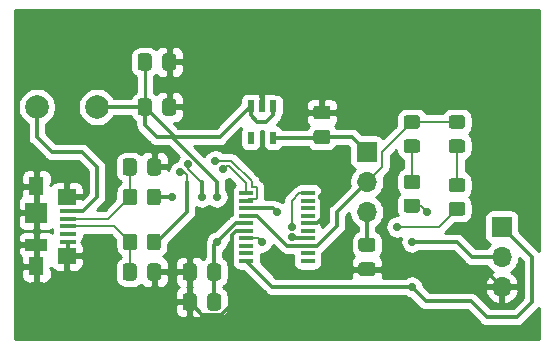
<source format=gtl>
G04 #@! TF.GenerationSoftware,KiCad,Pcbnew,(5.1.10)-1*
G04 #@! TF.CreationDate,2021-12-17T22:33:09-07:00*
G04 #@! TF.ProjectId,ultimate-uart-bridge,756c7469-6d61-4746-952d-756172742d62,rev?*
G04 #@! TF.SameCoordinates,Original*
G04 #@! TF.FileFunction,Copper,L1,Top*
G04 #@! TF.FilePolarity,Positive*
%FSLAX46Y46*%
G04 Gerber Fmt 4.6, Leading zero omitted, Abs format (unit mm)*
G04 Created by KiCad (PCBNEW (5.1.10)-1) date 2021-12-17 22:33:09*
%MOMM*%
%LPD*%
G01*
G04 APERTURE LIST*
G04 #@! TA.AperFunction,ComponentPad*
%ADD10C,2.000000*%
G04 #@! TD*
G04 #@! TA.AperFunction,SMDPad,CuDef*
%ADD11R,1.200000X0.400000*%
G04 #@! TD*
G04 #@! TA.AperFunction,ComponentPad*
%ADD12O,1.700000X1.700000*%
G04 #@! TD*
G04 #@! TA.AperFunction,ComponentPad*
%ADD13R,1.700000X1.700000*%
G04 #@! TD*
G04 #@! TA.AperFunction,SMDPad,CuDef*
%ADD14R,1.900000X1.000000*%
G04 #@! TD*
G04 #@! TA.AperFunction,SMDPad,CuDef*
%ADD15R,1.900000X1.800000*%
G04 #@! TD*
G04 #@! TA.AperFunction,SMDPad,CuDef*
%ADD16R,1.300000X1.650000*%
G04 #@! TD*
G04 #@! TA.AperFunction,SMDPad,CuDef*
%ADD17R,1.550000X1.425000*%
G04 #@! TD*
G04 #@! TA.AperFunction,SMDPad,CuDef*
%ADD18R,1.380000X0.450000*%
G04 #@! TD*
G04 #@! TA.AperFunction,SMDPad,CuDef*
%ADD19R,0.508000X0.977900*%
G04 #@! TD*
G04 #@! TA.AperFunction,ViaPad*
%ADD20C,0.700000*%
G04 #@! TD*
G04 #@! TA.AperFunction,Conductor*
%ADD21C,0.300000*%
G04 #@! TD*
G04 #@! TA.AperFunction,Conductor*
%ADD22C,0.250000*%
G04 #@! TD*
G04 #@! TA.AperFunction,Conductor*
%ADD23C,0.200000*%
G04 #@! TD*
G04 #@! TA.AperFunction,Conductor*
%ADD24C,0.254000*%
G04 #@! TD*
G04 #@! TA.AperFunction,Conductor*
%ADD25C,0.100000*%
G04 #@! TD*
G04 APERTURE END LIST*
D10*
X109220000Y-82550000D03*
X104140000Y-82550000D03*
D11*
X121860000Y-95567500D03*
X121860000Y-94932500D03*
X121860000Y-94297500D03*
X121860000Y-93662500D03*
X121860000Y-93027500D03*
X121860000Y-92392500D03*
X121860000Y-91757500D03*
X121860000Y-91122500D03*
X121860000Y-90487500D03*
X121860000Y-89852500D03*
X127060000Y-89852500D03*
X127060000Y-90487500D03*
X127060000Y-91122500D03*
X127060000Y-91757500D03*
X127060000Y-92392500D03*
X127060000Y-93027500D03*
X127060000Y-93662500D03*
X127060000Y-94297500D03*
X127060000Y-94932500D03*
X127060000Y-95567500D03*
G04 #@! TA.AperFunction,SMDPad,CuDef*
G36*
G01*
X139249999Y-90570000D02*
X140150001Y-90570000D01*
G75*
G02*
X140400000Y-90819999I0J-249999D01*
G01*
X140400000Y-91520001D01*
G75*
G02*
X140150001Y-91770000I-249999J0D01*
G01*
X139249999Y-91770000D01*
G75*
G02*
X139000000Y-91520001I0J249999D01*
G01*
X139000000Y-90819999D01*
G75*
G02*
X139249999Y-90570000I249999J0D01*
G01*
G37*
G04 #@! TD.AperFunction*
G04 #@! TA.AperFunction,SMDPad,CuDef*
G36*
G01*
X139249999Y-88570000D02*
X140150001Y-88570000D01*
G75*
G02*
X140400000Y-88819999I0J-249999D01*
G01*
X140400000Y-89520001D01*
G75*
G02*
X140150001Y-89770000I-249999J0D01*
G01*
X139249999Y-89770000D01*
G75*
G02*
X139000000Y-89520001I0J249999D01*
G01*
X139000000Y-88819999D01*
G75*
G02*
X139249999Y-88570000I249999J0D01*
G01*
G37*
G04 #@! TD.AperFunction*
G04 #@! TA.AperFunction,SMDPad,CuDef*
G36*
G01*
X135439999Y-90300000D02*
X136340001Y-90300000D01*
G75*
G02*
X136590000Y-90549999I0J-249999D01*
G01*
X136590000Y-91250001D01*
G75*
G02*
X136340001Y-91500000I-249999J0D01*
G01*
X135439999Y-91500000D01*
G75*
G02*
X135190000Y-91250001I0J249999D01*
G01*
X135190000Y-90549999D01*
G75*
G02*
X135439999Y-90300000I249999J0D01*
G01*
G37*
G04 #@! TD.AperFunction*
G04 #@! TA.AperFunction,SMDPad,CuDef*
G36*
G01*
X135439999Y-88300000D02*
X136340001Y-88300000D01*
G75*
G02*
X136590000Y-88549999I0J-249999D01*
G01*
X136590000Y-89250001D01*
G75*
G02*
X136340001Y-89500000I-249999J0D01*
G01*
X135439999Y-89500000D01*
G75*
G02*
X135190000Y-89250001I0J249999D01*
G01*
X135190000Y-88549999D01*
G75*
G02*
X135439999Y-88300000I249999J0D01*
G01*
G37*
G04 #@! TD.AperFunction*
G04 #@! TA.AperFunction,SMDPad,CuDef*
G36*
G01*
X113430000Y-90620001D02*
X113430000Y-89719999D01*
G75*
G02*
X113679999Y-89470000I249999J0D01*
G01*
X114380001Y-89470000D01*
G75*
G02*
X114630000Y-89719999I0J-249999D01*
G01*
X114630000Y-90620001D01*
G75*
G02*
X114380001Y-90870000I-249999J0D01*
G01*
X113679999Y-90870000D01*
G75*
G02*
X113430000Y-90620001I0J249999D01*
G01*
G37*
G04 #@! TD.AperFunction*
G04 #@! TA.AperFunction,SMDPad,CuDef*
G36*
G01*
X111430000Y-90620001D02*
X111430000Y-89719999D01*
G75*
G02*
X111679999Y-89470000I249999J0D01*
G01*
X112380001Y-89470000D01*
G75*
G02*
X112630000Y-89719999I0J-249999D01*
G01*
X112630000Y-90620001D01*
G75*
G02*
X112380001Y-90870000I-249999J0D01*
G01*
X111679999Y-90870000D01*
G75*
G02*
X111430000Y-90620001I0J249999D01*
G01*
G37*
G04 #@! TD.AperFunction*
G04 #@! TA.AperFunction,SMDPad,CuDef*
G36*
G01*
X113430000Y-94430001D02*
X113430000Y-93529999D01*
G75*
G02*
X113679999Y-93280000I249999J0D01*
G01*
X114380001Y-93280000D01*
G75*
G02*
X114630000Y-93529999I0J-249999D01*
G01*
X114630000Y-94430001D01*
G75*
G02*
X114380001Y-94680000I-249999J0D01*
G01*
X113679999Y-94680000D01*
G75*
G02*
X113430000Y-94430001I0J249999D01*
G01*
G37*
G04 #@! TD.AperFunction*
G04 #@! TA.AperFunction,SMDPad,CuDef*
G36*
G01*
X111430000Y-94430001D02*
X111430000Y-93529999D01*
G75*
G02*
X111679999Y-93280000I249999J0D01*
G01*
X112380001Y-93280000D01*
G75*
G02*
X112630000Y-93529999I0J-249999D01*
G01*
X112630000Y-94430001D01*
G75*
G02*
X112380001Y-94680000I-249999J0D01*
G01*
X111679999Y-94680000D01*
G75*
G02*
X111430000Y-94430001I0J249999D01*
G01*
G37*
G04 #@! TD.AperFunction*
D12*
X143510000Y-97790000D03*
X143510000Y-95250000D03*
D13*
X143510000Y-92710000D03*
D12*
X132080000Y-91440000D03*
X132080000Y-88900000D03*
D13*
X132080000Y-86360000D03*
D14*
X104105000Y-94207500D03*
D15*
X104105000Y-91507500D03*
D16*
X104105000Y-96032500D03*
X104105000Y-89282500D03*
D17*
X106680000Y-95145000D03*
X106680000Y-90170000D03*
D18*
X106765000Y-93957500D03*
X106765000Y-93307500D03*
X106765000Y-92657500D03*
X106765000Y-92007500D03*
X106765000Y-91357500D03*
D19*
X124140001Y-85185250D03*
X122239999Y-85185250D03*
X122239999Y-82454750D03*
X123190000Y-82454750D03*
X124140001Y-82454750D03*
G04 #@! TA.AperFunction,SMDPad,CuDef*
G36*
G01*
X140150001Y-84395000D02*
X139249999Y-84395000D01*
G75*
G02*
X139000000Y-84145001I0J249999D01*
G01*
X139000000Y-83494999D01*
G75*
G02*
X139249999Y-83245000I249999J0D01*
G01*
X140150001Y-83245000D01*
G75*
G02*
X140400000Y-83494999I0J-249999D01*
G01*
X140400000Y-84145001D01*
G75*
G02*
X140150001Y-84395000I-249999J0D01*
G01*
G37*
G04 #@! TD.AperFunction*
G04 #@! TA.AperFunction,SMDPad,CuDef*
G36*
G01*
X140150001Y-86445000D02*
X139249999Y-86445000D01*
G75*
G02*
X139000000Y-86195001I0J249999D01*
G01*
X139000000Y-85544999D01*
G75*
G02*
X139249999Y-85295000I249999J0D01*
G01*
X140150001Y-85295000D01*
G75*
G02*
X140400000Y-85544999I0J-249999D01*
G01*
X140400000Y-86195001D01*
G75*
G02*
X140150001Y-86445000I-249999J0D01*
G01*
G37*
G04 #@! TD.AperFunction*
G04 #@! TA.AperFunction,SMDPad,CuDef*
G36*
G01*
X136340001Y-84395000D02*
X135439999Y-84395000D01*
G75*
G02*
X135190000Y-84145001I0J249999D01*
G01*
X135190000Y-83494999D01*
G75*
G02*
X135439999Y-83245000I249999J0D01*
G01*
X136340001Y-83245000D01*
G75*
G02*
X136590000Y-83494999I0J-249999D01*
G01*
X136590000Y-84145001D01*
G75*
G02*
X136340001Y-84395000I-249999J0D01*
G01*
G37*
G04 #@! TD.AperFunction*
G04 #@! TA.AperFunction,SMDPad,CuDef*
G36*
G01*
X136340001Y-86445000D02*
X135439999Y-86445000D01*
G75*
G02*
X135190000Y-86195001I0J249999D01*
G01*
X135190000Y-85544999D01*
G75*
G02*
X135439999Y-85295000I249999J0D01*
G01*
X136340001Y-85295000D01*
G75*
G02*
X136590000Y-85544999I0J-249999D01*
G01*
X136590000Y-86195001D01*
G75*
G02*
X136340001Y-86445000I-249999J0D01*
G01*
G37*
G04 #@! TD.AperFunction*
G04 #@! TA.AperFunction,SMDPad,CuDef*
G36*
G01*
X117660000Y-98585000D02*
X117660000Y-99535000D01*
G75*
G02*
X117410000Y-99785000I-250000J0D01*
G01*
X116735000Y-99785000D01*
G75*
G02*
X116485000Y-99535000I0J250000D01*
G01*
X116485000Y-98585000D01*
G75*
G02*
X116735000Y-98335000I250000J0D01*
G01*
X117410000Y-98335000D01*
G75*
G02*
X117660000Y-98585000I0J-250000D01*
G01*
G37*
G04 #@! TD.AperFunction*
G04 #@! TA.AperFunction,SMDPad,CuDef*
G36*
G01*
X119735000Y-98585000D02*
X119735000Y-99535000D01*
G75*
G02*
X119485000Y-99785000I-250000J0D01*
G01*
X118810000Y-99785000D01*
G75*
G02*
X118560000Y-99535000I0J250000D01*
G01*
X118560000Y-98585000D01*
G75*
G02*
X118810000Y-98335000I250000J0D01*
G01*
X119485000Y-98335000D01*
G75*
G02*
X119735000Y-98585000I0J-250000D01*
G01*
G37*
G04 #@! TD.AperFunction*
G04 #@! TA.AperFunction,SMDPad,CuDef*
G36*
G01*
X114750000Y-79215000D02*
X114750000Y-78265000D01*
G75*
G02*
X115000000Y-78015000I250000J0D01*
G01*
X115675000Y-78015000D01*
G75*
G02*
X115925000Y-78265000I0J-250000D01*
G01*
X115925000Y-79215000D01*
G75*
G02*
X115675000Y-79465000I-250000J0D01*
G01*
X115000000Y-79465000D01*
G75*
G02*
X114750000Y-79215000I0J250000D01*
G01*
G37*
G04 #@! TD.AperFunction*
G04 #@! TA.AperFunction,SMDPad,CuDef*
G36*
G01*
X112675000Y-79215000D02*
X112675000Y-78265000D01*
G75*
G02*
X112925000Y-78015000I250000J0D01*
G01*
X113600000Y-78015000D01*
G75*
G02*
X113850000Y-78265000I0J-250000D01*
G01*
X113850000Y-79215000D01*
G75*
G02*
X113600000Y-79465000I-250000J0D01*
G01*
X112925000Y-79465000D01*
G75*
G02*
X112675000Y-79215000I0J250000D01*
G01*
G37*
G04 #@! TD.AperFunction*
G04 #@! TA.AperFunction,SMDPad,CuDef*
G36*
G01*
X117660000Y-96045000D02*
X117660000Y-96995000D01*
G75*
G02*
X117410000Y-97245000I-250000J0D01*
G01*
X116735000Y-97245000D01*
G75*
G02*
X116485000Y-96995000I0J250000D01*
G01*
X116485000Y-96045000D01*
G75*
G02*
X116735000Y-95795000I250000J0D01*
G01*
X117410000Y-95795000D01*
G75*
G02*
X117660000Y-96045000I0J-250000D01*
G01*
G37*
G04 #@! TD.AperFunction*
G04 #@! TA.AperFunction,SMDPad,CuDef*
G36*
G01*
X119735000Y-96045000D02*
X119735000Y-96995000D01*
G75*
G02*
X119485000Y-97245000I-250000J0D01*
G01*
X118810000Y-97245000D01*
G75*
G02*
X118560000Y-96995000I0J250000D01*
G01*
X118560000Y-96045000D01*
G75*
G02*
X118810000Y-95795000I250000J0D01*
G01*
X119485000Y-95795000D01*
G75*
G02*
X119735000Y-96045000I0J-250000D01*
G01*
G37*
G04 #@! TD.AperFunction*
G04 #@! TA.AperFunction,SMDPad,CuDef*
G36*
G01*
X132555000Y-94800000D02*
X131605000Y-94800000D01*
G75*
G02*
X131355000Y-94550000I0J250000D01*
G01*
X131355000Y-93875000D01*
G75*
G02*
X131605000Y-93625000I250000J0D01*
G01*
X132555000Y-93625000D01*
G75*
G02*
X132805000Y-93875000I0J-250000D01*
G01*
X132805000Y-94550000D01*
G75*
G02*
X132555000Y-94800000I-250000J0D01*
G01*
G37*
G04 #@! TD.AperFunction*
G04 #@! TA.AperFunction,SMDPad,CuDef*
G36*
G01*
X132555000Y-96875000D02*
X131605000Y-96875000D01*
G75*
G02*
X131355000Y-96625000I0J250000D01*
G01*
X131355000Y-95950000D01*
G75*
G02*
X131605000Y-95700000I250000J0D01*
G01*
X132555000Y-95700000D01*
G75*
G02*
X132805000Y-95950000I0J-250000D01*
G01*
X132805000Y-96625000D01*
G75*
G02*
X132555000Y-96875000I-250000J0D01*
G01*
G37*
G04 #@! TD.AperFunction*
G04 #@! TA.AperFunction,SMDPad,CuDef*
G36*
G01*
X113480000Y-88105000D02*
X113480000Y-87155000D01*
G75*
G02*
X113730000Y-86905000I250000J0D01*
G01*
X114405000Y-86905000D01*
G75*
G02*
X114655000Y-87155000I0J-250000D01*
G01*
X114655000Y-88105000D01*
G75*
G02*
X114405000Y-88355000I-250000J0D01*
G01*
X113730000Y-88355000D01*
G75*
G02*
X113480000Y-88105000I0J250000D01*
G01*
G37*
G04 #@! TD.AperFunction*
G04 #@! TA.AperFunction,SMDPad,CuDef*
G36*
G01*
X111405000Y-88105000D02*
X111405000Y-87155000D01*
G75*
G02*
X111655000Y-86905000I250000J0D01*
G01*
X112330000Y-86905000D01*
G75*
G02*
X112580000Y-87155000I0J-250000D01*
G01*
X112580000Y-88105000D01*
G75*
G02*
X112330000Y-88355000I-250000J0D01*
G01*
X111655000Y-88355000D01*
G75*
G02*
X111405000Y-88105000I0J250000D01*
G01*
G37*
G04 #@! TD.AperFunction*
G04 #@! TA.AperFunction,SMDPad,CuDef*
G36*
G01*
X113480000Y-96995000D02*
X113480000Y-96045000D01*
G75*
G02*
X113730000Y-95795000I250000J0D01*
G01*
X114405000Y-95795000D01*
G75*
G02*
X114655000Y-96045000I0J-250000D01*
G01*
X114655000Y-96995000D01*
G75*
G02*
X114405000Y-97245000I-250000J0D01*
G01*
X113730000Y-97245000D01*
G75*
G02*
X113480000Y-96995000I0J250000D01*
G01*
G37*
G04 #@! TD.AperFunction*
G04 #@! TA.AperFunction,SMDPad,CuDef*
G36*
G01*
X111405000Y-96995000D02*
X111405000Y-96045000D01*
G75*
G02*
X111655000Y-95795000I250000J0D01*
G01*
X112330000Y-95795000D01*
G75*
G02*
X112580000Y-96045000I0J-250000D01*
G01*
X112580000Y-96995000D01*
G75*
G02*
X112330000Y-97245000I-250000J0D01*
G01*
X111655000Y-97245000D01*
G75*
G02*
X111405000Y-96995000I0J250000D01*
G01*
G37*
G04 #@! TD.AperFunction*
G04 #@! TA.AperFunction,SMDPad,CuDef*
G36*
G01*
X128745000Y-83602500D02*
X127795000Y-83602500D01*
G75*
G02*
X127545000Y-83352500I0J250000D01*
G01*
X127545000Y-82677500D01*
G75*
G02*
X127795000Y-82427500I250000J0D01*
G01*
X128745000Y-82427500D01*
G75*
G02*
X128995000Y-82677500I0J-250000D01*
G01*
X128995000Y-83352500D01*
G75*
G02*
X128745000Y-83602500I-250000J0D01*
G01*
G37*
G04 #@! TD.AperFunction*
G04 #@! TA.AperFunction,SMDPad,CuDef*
G36*
G01*
X128745000Y-85677500D02*
X127795000Y-85677500D01*
G75*
G02*
X127545000Y-85427500I0J250000D01*
G01*
X127545000Y-84752500D01*
G75*
G02*
X127795000Y-84502500I250000J0D01*
G01*
X128745000Y-84502500D01*
G75*
G02*
X128995000Y-84752500I0J-250000D01*
G01*
X128995000Y-85427500D01*
G75*
G02*
X128745000Y-85677500I-250000J0D01*
G01*
G37*
G04 #@! TD.AperFunction*
G04 #@! TA.AperFunction,SMDPad,CuDef*
G36*
G01*
X114750000Y-83025000D02*
X114750000Y-82075000D01*
G75*
G02*
X115000000Y-81825000I250000J0D01*
G01*
X115675000Y-81825000D01*
G75*
G02*
X115925000Y-82075000I0J-250000D01*
G01*
X115925000Y-83025000D01*
G75*
G02*
X115675000Y-83275000I-250000J0D01*
G01*
X115000000Y-83275000D01*
G75*
G02*
X114750000Y-83025000I0J250000D01*
G01*
G37*
G04 #@! TD.AperFunction*
G04 #@! TA.AperFunction,SMDPad,CuDef*
G36*
G01*
X112675000Y-83025000D02*
X112675000Y-82075000D01*
G75*
G02*
X112925000Y-81825000I250000J0D01*
G01*
X113600000Y-81825000D01*
G75*
G02*
X113850000Y-82075000I0J-250000D01*
G01*
X113850000Y-83025000D01*
G75*
G02*
X113600000Y-83275000I-250000J0D01*
G01*
X112925000Y-83275000D01*
G75*
G02*
X112675000Y-83025000I0J250000D01*
G01*
G37*
G04 #@! TD.AperFunction*
D20*
X128270000Y-90170000D03*
X104140000Y-76200000D03*
X109220000Y-76200000D03*
X121920000Y-76200000D03*
X127000000Y-76200000D03*
X114300000Y-76200000D03*
X146050000Y-76200000D03*
X143510000Y-76200000D03*
X130810000Y-76200000D03*
X125730000Y-87630000D03*
X128270000Y-87630000D03*
X132080000Y-82550000D03*
X124460000Y-81280000D03*
X119380000Y-78740000D03*
X118110000Y-81280000D03*
X116840000Y-82550000D03*
X120650000Y-81280000D03*
X109220000Y-80010000D03*
X106680000Y-82550000D03*
X110490000Y-85090000D03*
X118110000Y-92710000D03*
X124460000Y-87630000D03*
X135890000Y-95250000D03*
X138662500Y-96287500D03*
X142240000Y-88900000D03*
X144780000Y-85090000D03*
X142240000Y-81280000D03*
X135890000Y-76200000D03*
X129540000Y-87630000D03*
X129540000Y-100330000D03*
X123190000Y-100330000D03*
X109220000Y-100330000D03*
X119380000Y-90170000D03*
X119380000Y-93980000D03*
X124460000Y-91440000D03*
X135890000Y-97790000D03*
X137160000Y-91440000D03*
X123190000Y-93980000D03*
X134620000Y-92710000D03*
X125730000Y-92697497D03*
X125730000Y-93597500D03*
X135890000Y-93980000D03*
X135890000Y-93980000D03*
X115570000Y-90170000D03*
X118110000Y-90170000D03*
X116909716Y-87419666D03*
X119239975Y-87098273D03*
X116237964Y-88091418D03*
X119911727Y-87770025D03*
D21*
X117072500Y-96520000D02*
X114067500Y-96520000D01*
X142007500Y-96287500D02*
X143510000Y-97790000D01*
X132080000Y-96287500D02*
X138662500Y-96287500D01*
X117072500Y-99060000D02*
X117072500Y-96520000D01*
X128270000Y-91977502D02*
X128270000Y-90170000D01*
X127855002Y-92392500D02*
X128270000Y-91977502D01*
X127060000Y-92392500D02*
X127855002Y-92392500D01*
X121039620Y-93027500D02*
X120650000Y-93417120D01*
X121860000Y-93027500D02*
X121039620Y-93027500D01*
X118147510Y-100135010D02*
X117072500Y-99060000D01*
X119733536Y-100135010D02*
X118147510Y-100135010D01*
X120650000Y-99218546D02*
X119733536Y-100135010D01*
X120650000Y-93417120D02*
X120650000Y-99218546D01*
X138662500Y-96287500D02*
X142007500Y-96287500D01*
X106765000Y-95060000D02*
X106680000Y-95145000D01*
X106765000Y-93957500D02*
X106765000Y-95060000D01*
D22*
X113262500Y-78740000D02*
X113262500Y-82550000D01*
D21*
X109220000Y-82550000D02*
X113262500Y-82550000D01*
X113262500Y-82550000D02*
X113262500Y-84052500D01*
X113262500Y-84052500D02*
X114300000Y-85090000D01*
X114300000Y-85090000D02*
X115570000Y-85090000D01*
X115570000Y-85090000D02*
X119380000Y-88900000D01*
X119380000Y-88900000D02*
X119380000Y-90170000D01*
X120967500Y-92392500D02*
X121860000Y-92392500D01*
X119380000Y-93980000D02*
X120967500Y-92392500D01*
X119147500Y-94212500D02*
X119380000Y-93980000D01*
X119147500Y-96520000D02*
X119147500Y-94212500D01*
X122239999Y-83243700D02*
X122816299Y-83820000D01*
X122239999Y-82454750D02*
X122239999Y-83243700D01*
X124140001Y-83243700D02*
X124140001Y-82454750D01*
X123563701Y-83820000D02*
X124140001Y-83243700D01*
X122816299Y-83820000D02*
X123563701Y-83820000D01*
X119604749Y-85090000D02*
X122239999Y-82454750D01*
X115802500Y-85090000D02*
X119604749Y-85090000D01*
X113262500Y-82550000D02*
X115802500Y-85090000D01*
X119147500Y-96520000D02*
X119147500Y-99060000D01*
X128174750Y-85185250D02*
X128270000Y-85090000D01*
X124140001Y-85185250D02*
X128174750Y-85185250D01*
X130810000Y-85090000D02*
X132080000Y-86360000D01*
X128270000Y-85090000D02*
X130810000Y-85090000D01*
D23*
X110707500Y-92657500D02*
X112030000Y-93980000D01*
X106765000Y-92657500D02*
X110707500Y-92657500D01*
X112030000Y-96482500D02*
X111992500Y-96520000D01*
X112030000Y-93980000D02*
X112030000Y-96482500D01*
X110192500Y-92007500D02*
X112030000Y-90170000D01*
X106765000Y-92007500D02*
X110192500Y-92007500D01*
X112030000Y-87667500D02*
X111992500Y-87630000D01*
X112030000Y-90170000D02*
X112030000Y-87667500D01*
D21*
X124142500Y-91122500D02*
X124460000Y-91440000D01*
X121860000Y-91122500D02*
X124142500Y-91122500D01*
X132080000Y-91440000D02*
X132080000Y-94212500D01*
X125300000Y-94297500D02*
X127060000Y-94297500D01*
X122760000Y-91757500D02*
X125300000Y-94297500D01*
X121860000Y-91757500D02*
X122760000Y-91757500D01*
X127855002Y-94297500D02*
X127060000Y-94297500D01*
X129540000Y-92612502D02*
X127855002Y-94297500D01*
X129540000Y-91440000D02*
X129540000Y-92612502D01*
X132080000Y-88900000D02*
X129540000Y-91440000D01*
D23*
X133350000Y-86360000D02*
X135890000Y-83820000D01*
X133350000Y-87630000D02*
X133350000Y-86360000D01*
X132080000Y-88900000D02*
X133350000Y-87630000D01*
X135890000Y-83820000D02*
X139700000Y-83820000D01*
X135890000Y-85870000D02*
X135890000Y-88900000D01*
X139700000Y-85870000D02*
X139700000Y-89170000D01*
D21*
X106765000Y-91357500D02*
X108032500Y-91357500D01*
X108032500Y-91357500D02*
X109220000Y-90170000D01*
X109220000Y-90170000D02*
X109220000Y-87630000D01*
X109220000Y-87630000D02*
X107950000Y-86360000D01*
X107950000Y-86360000D02*
X105410000Y-86360000D01*
X104140000Y-85090000D02*
X104140000Y-82550000D01*
X105410000Y-86360000D02*
X104140000Y-85090000D01*
X124082500Y-97790000D02*
X135890000Y-97790000D01*
X121860000Y-95567500D02*
X124082500Y-97790000D01*
X146050000Y-95250000D02*
X143510000Y-92710000D01*
X146050000Y-99060000D02*
X146050000Y-95250000D01*
X144780000Y-100330000D02*
X146050000Y-99060000D01*
X142240000Y-100330000D02*
X144780000Y-100330000D01*
X140900001Y-98990001D02*
X142240000Y-100330000D01*
X137090001Y-98990001D02*
X140900001Y-98990001D01*
X135890000Y-97790000D02*
X137090001Y-98990001D01*
D23*
X136620000Y-90900000D02*
X137160000Y-91440000D01*
X135890000Y-90900000D02*
X136620000Y-90900000D01*
X122872500Y-93662500D02*
X121860000Y-93662500D01*
X123190000Y-93980000D02*
X122872500Y-93662500D01*
X138160000Y-92710000D02*
X134620000Y-92710000D01*
X139700000Y-91170000D02*
X138160000Y-92710000D01*
X126354998Y-89852500D02*
X127060000Y-89852500D01*
X125730000Y-90477498D02*
X126354998Y-89852500D01*
X125730000Y-92697497D02*
X125730000Y-90477498D01*
D21*
X125795000Y-93662500D02*
X125730000Y-93597500D01*
X127060000Y-93662500D02*
X125795000Y-93662500D01*
X135890000Y-93980000D02*
X139700000Y-93980000D01*
X140970000Y-95250000D02*
X143510000Y-95250000D01*
X139700000Y-93980000D02*
X140970000Y-95250000D01*
D23*
X121767500Y-90395000D02*
X121860000Y-90487500D01*
D21*
X114030000Y-90170000D02*
X115570000Y-90170000D01*
X118110000Y-90170000D02*
X118110000Y-88900000D01*
D23*
X118036497Y-88900000D02*
X116909716Y-87773219D01*
X118110000Y-88900000D02*
X118036497Y-88900000D01*
X116909716Y-87773219D02*
X116909716Y-87419666D01*
X121994999Y-90352501D02*
X121860000Y-90487500D01*
X119239975Y-87098273D02*
X120580902Y-87098273D01*
X122700001Y-89352499D02*
X122760001Y-89412499D01*
X122310000Y-88827371D02*
X122310000Y-89352499D01*
X120580902Y-87098273D02*
X122310000Y-88827371D01*
X122310000Y-89352499D02*
X122700001Y-89352499D01*
X122760001Y-89412499D02*
X122760001Y-90292501D01*
X122760001Y-90292501D02*
X122700001Y-90352501D01*
X122700001Y-90352501D02*
X121994999Y-90352501D01*
X121767500Y-89945000D02*
X121860000Y-89852500D01*
D21*
X114030000Y-93980000D02*
X114300000Y-93980000D01*
X114300000Y-93980000D02*
X116840000Y-91440000D01*
X116840000Y-91440000D02*
X116840000Y-88900000D01*
D23*
X116591517Y-88091418D02*
X116237964Y-88091418D01*
X116840000Y-88339901D02*
X116591517Y-88091418D01*
X116840000Y-88900000D02*
X116840000Y-88339901D01*
X120394502Y-87548273D02*
X121860000Y-89013771D01*
X119911727Y-87770025D02*
X120133479Y-87548273D01*
X121860000Y-89013771D02*
X121860000Y-89402500D01*
X121860000Y-89402500D02*
X121860000Y-89852500D01*
X120133479Y-87548273D02*
X120394502Y-87548273D01*
D24*
X146660000Y-94755885D02*
X146643460Y-94735731D01*
X146632345Y-94722187D01*
X146632342Y-94722184D01*
X146607764Y-94692236D01*
X146577816Y-94667658D01*
X144998072Y-93087915D01*
X144998072Y-91860000D01*
X144985812Y-91735518D01*
X144949502Y-91615820D01*
X144890537Y-91505506D01*
X144811185Y-91408815D01*
X144714494Y-91329463D01*
X144604180Y-91270498D01*
X144484482Y-91234188D01*
X144360000Y-91221928D01*
X142660000Y-91221928D01*
X142535518Y-91234188D01*
X142415820Y-91270498D01*
X142305506Y-91329463D01*
X142208815Y-91408815D01*
X142129463Y-91505506D01*
X142070498Y-91615820D01*
X142034188Y-91735518D01*
X142021928Y-91860000D01*
X142021928Y-93560000D01*
X142034188Y-93684482D01*
X142070498Y-93804180D01*
X142129463Y-93914494D01*
X142208815Y-94011185D01*
X142305506Y-94090537D01*
X142415820Y-94149502D01*
X142488380Y-94171513D01*
X142356525Y-94303368D01*
X142248526Y-94465000D01*
X141295158Y-94465000D01*
X140282345Y-93452188D01*
X140257764Y-93422236D01*
X140138233Y-93324138D01*
X140001860Y-93251246D01*
X139853887Y-93206359D01*
X139738561Y-93195000D01*
X139738553Y-93195000D01*
X139700000Y-93191203D01*
X139661447Y-93195000D01*
X138714446Y-93195000D01*
X139501375Y-92408072D01*
X140150001Y-92408072D01*
X140323255Y-92391008D01*
X140489851Y-92340472D01*
X140643387Y-92258405D01*
X140777962Y-92147962D01*
X140888405Y-92013387D01*
X140970472Y-91859851D01*
X141021008Y-91693255D01*
X141038072Y-91520001D01*
X141038072Y-90819999D01*
X141021008Y-90646745D01*
X140970472Y-90480149D01*
X140888405Y-90326613D01*
X140777962Y-90192038D01*
X140751109Y-90170000D01*
X140777962Y-90147962D01*
X140888405Y-90013387D01*
X140970472Y-89859851D01*
X141021008Y-89693255D01*
X141038072Y-89520001D01*
X141038072Y-88819999D01*
X141021008Y-88646745D01*
X140970472Y-88480149D01*
X140888405Y-88326613D01*
X140777962Y-88192038D01*
X140643387Y-88081595D01*
X140489851Y-87999528D01*
X140435000Y-87982889D01*
X140435000Y-87032111D01*
X140489851Y-87015472D01*
X140643387Y-86933405D01*
X140777962Y-86822962D01*
X140888405Y-86688387D01*
X140970472Y-86534851D01*
X141021008Y-86368255D01*
X141038072Y-86195001D01*
X141038072Y-85544999D01*
X141021008Y-85371745D01*
X140970472Y-85205149D01*
X140888405Y-85051613D01*
X140777962Y-84917038D01*
X140690184Y-84845000D01*
X140777962Y-84772962D01*
X140888405Y-84638387D01*
X140970472Y-84484851D01*
X141021008Y-84318255D01*
X141038072Y-84145001D01*
X141038072Y-83494999D01*
X141021008Y-83321745D01*
X140970472Y-83155149D01*
X140888405Y-83001613D01*
X140777962Y-82867038D01*
X140643387Y-82756595D01*
X140489851Y-82674528D01*
X140323255Y-82623992D01*
X140150001Y-82606928D01*
X139249999Y-82606928D01*
X139076745Y-82623992D01*
X138910149Y-82674528D01*
X138756613Y-82756595D01*
X138622038Y-82867038D01*
X138511595Y-83001613D01*
X138467024Y-83085000D01*
X137122976Y-83085000D01*
X137078405Y-83001613D01*
X136967962Y-82867038D01*
X136833387Y-82756595D01*
X136679851Y-82674528D01*
X136513255Y-82623992D01*
X136340001Y-82606928D01*
X135439999Y-82606928D01*
X135266745Y-82623992D01*
X135100149Y-82674528D01*
X134946613Y-82756595D01*
X134812038Y-82867038D01*
X134701595Y-83001613D01*
X134619528Y-83155149D01*
X134568992Y-83321745D01*
X134551928Y-83494999D01*
X134551928Y-84118625D01*
X133479525Y-85191029D01*
X133460537Y-85155506D01*
X133381185Y-85058815D01*
X133284494Y-84979463D01*
X133174180Y-84920498D01*
X133054482Y-84884188D01*
X132930000Y-84871928D01*
X131702085Y-84871928D01*
X131392345Y-84562188D01*
X131367764Y-84532236D01*
X131248233Y-84434138D01*
X131111860Y-84361246D01*
X130963887Y-84316359D01*
X130848561Y-84305000D01*
X130848553Y-84305000D01*
X130810000Y-84301203D01*
X130771447Y-84305000D01*
X129507932Y-84305000D01*
X129483405Y-84259114D01*
X129372962Y-84124538D01*
X129366406Y-84119158D01*
X129446185Y-84053685D01*
X129525537Y-83956994D01*
X129584502Y-83846680D01*
X129620812Y-83726982D01*
X129633072Y-83602500D01*
X129630000Y-83300750D01*
X129471250Y-83142000D01*
X128397000Y-83142000D01*
X128397000Y-83162000D01*
X128143000Y-83162000D01*
X128143000Y-83142000D01*
X127068750Y-83142000D01*
X126910000Y-83300750D01*
X126906928Y-83602500D01*
X126919188Y-83726982D01*
X126955498Y-83846680D01*
X127014463Y-83956994D01*
X127093815Y-84053685D01*
X127173594Y-84119158D01*
X127167038Y-84124538D01*
X127056595Y-84259114D01*
X126981156Y-84400250D01*
X124955777Y-84400250D01*
X124924538Y-84341806D01*
X124845186Y-84245115D01*
X124748495Y-84165763D01*
X124638181Y-84106798D01*
X124518483Y-84070488D01*
X124431898Y-84061960D01*
X124667817Y-83826042D01*
X124697765Y-83801464D01*
X124722347Y-83771512D01*
X124746451Y-83742141D01*
X124795863Y-83681933D01*
X124868755Y-83545560D01*
X124906858Y-83419950D01*
X124913642Y-83397588D01*
X124921112Y-83321745D01*
X124923281Y-83299726D01*
X124924538Y-83298194D01*
X124983503Y-83187880D01*
X125019813Y-83068182D01*
X125032073Y-82943700D01*
X125032073Y-82427500D01*
X126906928Y-82427500D01*
X126910000Y-82729250D01*
X127068750Y-82888000D01*
X128143000Y-82888000D01*
X128143000Y-81951250D01*
X128397000Y-81951250D01*
X128397000Y-82888000D01*
X129471250Y-82888000D01*
X129630000Y-82729250D01*
X129633072Y-82427500D01*
X129620812Y-82303018D01*
X129584502Y-82183320D01*
X129525537Y-82073006D01*
X129446185Y-81976315D01*
X129349494Y-81896963D01*
X129239180Y-81837998D01*
X129119482Y-81801688D01*
X128995000Y-81789428D01*
X128555750Y-81792500D01*
X128397000Y-81951250D01*
X128143000Y-81951250D01*
X127984250Y-81792500D01*
X127545000Y-81789428D01*
X127420518Y-81801688D01*
X127300820Y-81837998D01*
X127190506Y-81896963D01*
X127093815Y-81976315D01*
X127014463Y-82073006D01*
X126955498Y-82183320D01*
X126919188Y-82303018D01*
X126906928Y-82427500D01*
X125032073Y-82427500D01*
X125032073Y-81965800D01*
X125019813Y-81841318D01*
X124983503Y-81721620D01*
X124924538Y-81611306D01*
X124845186Y-81514615D01*
X124748495Y-81435263D01*
X124638181Y-81376298D01*
X124518483Y-81339988D01*
X124394001Y-81327728D01*
X123886001Y-81327728D01*
X123761519Y-81339988D01*
X123663943Y-81369587D01*
X123580774Y-81342560D01*
X123475750Y-81330800D01*
X123317000Y-81489550D01*
X123317000Y-81683266D01*
X123296499Y-81721620D01*
X123260189Y-81841318D01*
X123247929Y-81965800D01*
X123247929Y-82601750D01*
X123132071Y-82601750D01*
X123132071Y-81965800D01*
X123119811Y-81841318D01*
X123083501Y-81721620D01*
X123063000Y-81683266D01*
X123063000Y-81489550D01*
X122904250Y-81330800D01*
X122799226Y-81342560D01*
X122716057Y-81369587D01*
X122618481Y-81339988D01*
X122493999Y-81327728D01*
X121985999Y-81327728D01*
X121861517Y-81339988D01*
X121741819Y-81376298D01*
X121631505Y-81435263D01*
X121534814Y-81514615D01*
X121455462Y-81611306D01*
X121396497Y-81721620D01*
X121360187Y-81841318D01*
X121347927Y-81965800D01*
X121347927Y-82236664D01*
X119279592Y-84305000D01*
X116127658Y-84305000D01*
X115733783Y-83911125D01*
X115925000Y-83913072D01*
X116049482Y-83900812D01*
X116169180Y-83864502D01*
X116279494Y-83805537D01*
X116376185Y-83726185D01*
X116455537Y-83629494D01*
X116514502Y-83519180D01*
X116550812Y-83399482D01*
X116563072Y-83275000D01*
X116560000Y-82835750D01*
X116401250Y-82677000D01*
X115464500Y-82677000D01*
X115464500Y-82697000D01*
X115210500Y-82697000D01*
X115210500Y-82677000D01*
X115190500Y-82677000D01*
X115190500Y-82423000D01*
X115210500Y-82423000D01*
X115210500Y-81348750D01*
X115464500Y-81348750D01*
X115464500Y-82423000D01*
X116401250Y-82423000D01*
X116560000Y-82264250D01*
X116563072Y-81825000D01*
X116550812Y-81700518D01*
X116514502Y-81580820D01*
X116455537Y-81470506D01*
X116376185Y-81373815D01*
X116279494Y-81294463D01*
X116169180Y-81235498D01*
X116049482Y-81199188D01*
X115925000Y-81186928D01*
X115623250Y-81190000D01*
X115464500Y-81348750D01*
X115210500Y-81348750D01*
X115051750Y-81190000D01*
X114750000Y-81186928D01*
X114625518Y-81199188D01*
X114505820Y-81235498D01*
X114395506Y-81294463D01*
X114298815Y-81373815D01*
X114233342Y-81453594D01*
X114227962Y-81447038D01*
X114093386Y-81336595D01*
X114022500Y-81298706D01*
X114022500Y-79991294D01*
X114093386Y-79953405D01*
X114227962Y-79842962D01*
X114233342Y-79836406D01*
X114298815Y-79916185D01*
X114395506Y-79995537D01*
X114505820Y-80054502D01*
X114625518Y-80090812D01*
X114750000Y-80103072D01*
X115051750Y-80100000D01*
X115210500Y-79941250D01*
X115210500Y-78867000D01*
X115464500Y-78867000D01*
X115464500Y-79941250D01*
X115623250Y-80100000D01*
X115925000Y-80103072D01*
X116049482Y-80090812D01*
X116169180Y-80054502D01*
X116279494Y-79995537D01*
X116376185Y-79916185D01*
X116455537Y-79819494D01*
X116514502Y-79709180D01*
X116550812Y-79589482D01*
X116563072Y-79465000D01*
X116560000Y-79025750D01*
X116401250Y-78867000D01*
X115464500Y-78867000D01*
X115210500Y-78867000D01*
X115190500Y-78867000D01*
X115190500Y-78613000D01*
X115210500Y-78613000D01*
X115210500Y-77538750D01*
X115464500Y-77538750D01*
X115464500Y-78613000D01*
X116401250Y-78613000D01*
X116560000Y-78454250D01*
X116563072Y-78015000D01*
X116550812Y-77890518D01*
X116514502Y-77770820D01*
X116455537Y-77660506D01*
X116376185Y-77563815D01*
X116279494Y-77484463D01*
X116169180Y-77425498D01*
X116049482Y-77389188D01*
X115925000Y-77376928D01*
X115623250Y-77380000D01*
X115464500Y-77538750D01*
X115210500Y-77538750D01*
X115051750Y-77380000D01*
X114750000Y-77376928D01*
X114625518Y-77389188D01*
X114505820Y-77425498D01*
X114395506Y-77484463D01*
X114298815Y-77563815D01*
X114233342Y-77643594D01*
X114227962Y-77637038D01*
X114093386Y-77526595D01*
X113939850Y-77444528D01*
X113773254Y-77393992D01*
X113600000Y-77376928D01*
X112925000Y-77376928D01*
X112751746Y-77393992D01*
X112585150Y-77444528D01*
X112431614Y-77526595D01*
X112297038Y-77637038D01*
X112186595Y-77771614D01*
X112104528Y-77925150D01*
X112053992Y-78091746D01*
X112036928Y-78265000D01*
X112036928Y-79215000D01*
X112053992Y-79388254D01*
X112104528Y-79554850D01*
X112186595Y-79708386D01*
X112297038Y-79842962D01*
X112431614Y-79953405D01*
X112502500Y-79991295D01*
X112502501Y-81298705D01*
X112431614Y-81336595D01*
X112297038Y-81447038D01*
X112186595Y-81581614D01*
X112104528Y-81735150D01*
X112095473Y-81765000D01*
X110661877Y-81765000D01*
X110489987Y-81507748D01*
X110262252Y-81280013D01*
X109994463Y-81101082D01*
X109696912Y-80977832D01*
X109381033Y-80915000D01*
X109058967Y-80915000D01*
X108743088Y-80977832D01*
X108445537Y-81101082D01*
X108177748Y-81280013D01*
X107950013Y-81507748D01*
X107771082Y-81775537D01*
X107647832Y-82073088D01*
X107585000Y-82388967D01*
X107585000Y-82711033D01*
X107647832Y-83026912D01*
X107771082Y-83324463D01*
X107950013Y-83592252D01*
X108177748Y-83819987D01*
X108445537Y-83998918D01*
X108743088Y-84122168D01*
X109058967Y-84185000D01*
X109381033Y-84185000D01*
X109696912Y-84122168D01*
X109994463Y-83998918D01*
X110262252Y-83819987D01*
X110489987Y-83592252D01*
X110661877Y-83335000D01*
X112095473Y-83335000D01*
X112104528Y-83364850D01*
X112186595Y-83518386D01*
X112297038Y-83652962D01*
X112431614Y-83763405D01*
X112477501Y-83787932D01*
X112477501Y-84013938D01*
X112473703Y-84052500D01*
X112488859Y-84206386D01*
X112533746Y-84354359D01*
X112558275Y-84400250D01*
X112606639Y-84490733D01*
X112647190Y-84540144D01*
X112680155Y-84580312D01*
X112680159Y-84580316D01*
X112704737Y-84610264D01*
X112734685Y-84634842D01*
X113717653Y-85617810D01*
X113742236Y-85647764D01*
X113861767Y-85745862D01*
X113967237Y-85802236D01*
X113998140Y-85818754D01*
X114146113Y-85863642D01*
X114221026Y-85871020D01*
X114261439Y-85875000D01*
X114261444Y-85875000D01*
X114300000Y-85878797D01*
X114338556Y-85875000D01*
X115244843Y-85875000D01*
X116153113Y-86783270D01*
X116144617Y-86791765D01*
X116036820Y-86953094D01*
X115962569Y-87132352D01*
X115960592Y-87142294D01*
X115950650Y-87144271D01*
X115771392Y-87218522D01*
X115610063Y-87326319D01*
X115472865Y-87463517D01*
X115365068Y-87624846D01*
X115290817Y-87804104D01*
X115272158Y-87897908D01*
X115131250Y-87757000D01*
X114194500Y-87757000D01*
X114194500Y-87777000D01*
X113940500Y-87777000D01*
X113940500Y-87757000D01*
X113920500Y-87757000D01*
X113920500Y-87503000D01*
X113940500Y-87503000D01*
X113940500Y-86428750D01*
X114194500Y-86428750D01*
X114194500Y-87503000D01*
X115131250Y-87503000D01*
X115290000Y-87344250D01*
X115293072Y-86905000D01*
X115280812Y-86780518D01*
X115244502Y-86660820D01*
X115185537Y-86550506D01*
X115106185Y-86453815D01*
X115009494Y-86374463D01*
X114899180Y-86315498D01*
X114779482Y-86279188D01*
X114655000Y-86266928D01*
X114353250Y-86270000D01*
X114194500Y-86428750D01*
X113940500Y-86428750D01*
X113781750Y-86270000D01*
X113480000Y-86266928D01*
X113355518Y-86279188D01*
X113235820Y-86315498D01*
X113125506Y-86374463D01*
X113028815Y-86453815D01*
X112963342Y-86533594D01*
X112957962Y-86527038D01*
X112823386Y-86416595D01*
X112669850Y-86334528D01*
X112503254Y-86283992D01*
X112330000Y-86266928D01*
X111655000Y-86266928D01*
X111481746Y-86283992D01*
X111315150Y-86334528D01*
X111161614Y-86416595D01*
X111027038Y-86527038D01*
X110916595Y-86661614D01*
X110834528Y-86815150D01*
X110783992Y-86981746D01*
X110766928Y-87155000D01*
X110766928Y-88105000D01*
X110783992Y-88278254D01*
X110834528Y-88444850D01*
X110916595Y-88598386D01*
X111027038Y-88732962D01*
X111161614Y-88843405D01*
X111295001Y-88914702D01*
X111295000Y-88923660D01*
X111186613Y-88981595D01*
X111052038Y-89092038D01*
X110941595Y-89226613D01*
X110859528Y-89380149D01*
X110808992Y-89546745D01*
X110791928Y-89719999D01*
X110791928Y-90368625D01*
X109888054Y-91272500D01*
X109227657Y-91272500D01*
X109747811Y-90752346D01*
X109777764Y-90727764D01*
X109875862Y-90608233D01*
X109948754Y-90471860D01*
X109951747Y-90461994D01*
X109993642Y-90323887D01*
X110002693Y-90231982D01*
X110005000Y-90208561D01*
X110005000Y-90208556D01*
X110008797Y-90170000D01*
X110005000Y-90131444D01*
X110005000Y-87668552D01*
X110008797Y-87629999D01*
X110005000Y-87591446D01*
X110005000Y-87591439D01*
X109993641Y-87476113D01*
X109948754Y-87328140D01*
X109875862Y-87191767D01*
X109777764Y-87072236D01*
X109747815Y-87047658D01*
X108532347Y-85832190D01*
X108507764Y-85802236D01*
X108388233Y-85704138D01*
X108251860Y-85631246D01*
X108103887Y-85586359D01*
X107988561Y-85575000D01*
X107988553Y-85575000D01*
X107950000Y-85571203D01*
X107911447Y-85575000D01*
X105735158Y-85575000D01*
X104925000Y-84764843D01*
X104925000Y-83991877D01*
X105182252Y-83819987D01*
X105409987Y-83592252D01*
X105588918Y-83324463D01*
X105712168Y-83026912D01*
X105775000Y-82711033D01*
X105775000Y-82388967D01*
X105712168Y-82073088D01*
X105588918Y-81775537D01*
X105409987Y-81507748D01*
X105182252Y-81280013D01*
X104914463Y-81101082D01*
X104616912Y-80977832D01*
X104301033Y-80915000D01*
X103978967Y-80915000D01*
X103663088Y-80977832D01*
X103365537Y-81101082D01*
X103097748Y-81280013D01*
X102870013Y-81507748D01*
X102691082Y-81775537D01*
X102567832Y-82073088D01*
X102505000Y-82388967D01*
X102505000Y-82711033D01*
X102567832Y-83026912D01*
X102691082Y-83324463D01*
X102870013Y-83592252D01*
X103097748Y-83819987D01*
X103355000Y-83991878D01*
X103355000Y-85051447D01*
X103351203Y-85090000D01*
X103355000Y-85128553D01*
X103355000Y-85128560D01*
X103366359Y-85243886D01*
X103411246Y-85391859D01*
X103484138Y-85528232D01*
X103582236Y-85647764D01*
X103612188Y-85672345D01*
X104827658Y-86887815D01*
X104852236Y-86917764D01*
X104882184Y-86942342D01*
X104882187Y-86942345D01*
X104895285Y-86953094D01*
X104971767Y-87015862D01*
X105108140Y-87088754D01*
X105221672Y-87123194D01*
X105256112Y-87133641D01*
X105270490Y-87135057D01*
X105371439Y-87145000D01*
X105371446Y-87145000D01*
X105409999Y-87148797D01*
X105448552Y-87145000D01*
X107624843Y-87145000D01*
X108435001Y-87955159D01*
X108435000Y-89844843D01*
X107957047Y-90322797D01*
X107931250Y-90297000D01*
X106807000Y-90297000D01*
X106807000Y-90317000D01*
X106553000Y-90317000D01*
X106553000Y-90297000D01*
X106533000Y-90297000D01*
X106533000Y-90043000D01*
X106553000Y-90043000D01*
X106553000Y-88981250D01*
X106807000Y-88981250D01*
X106807000Y-90043000D01*
X107931250Y-90043000D01*
X108090000Y-89884250D01*
X108093072Y-89457500D01*
X108080812Y-89333018D01*
X108044502Y-89213320D01*
X107985537Y-89103006D01*
X107906185Y-89006315D01*
X107809494Y-88926963D01*
X107699180Y-88867998D01*
X107579482Y-88831688D01*
X107455000Y-88819428D01*
X106965750Y-88822500D01*
X106807000Y-88981250D01*
X106553000Y-88981250D01*
X106394250Y-88822500D01*
X105905000Y-88819428D01*
X105780518Y-88831688D01*
X105660820Y-88867998D01*
X105550506Y-88926963D01*
X105453815Y-89006315D01*
X105374463Y-89103006D01*
X105346405Y-89155498D01*
X105231252Y-89155498D01*
X105390000Y-88996750D01*
X105393072Y-88457500D01*
X105380812Y-88333018D01*
X105344502Y-88213320D01*
X105285537Y-88103006D01*
X105206185Y-88006315D01*
X105109494Y-87926963D01*
X104999180Y-87867998D01*
X104879482Y-87831688D01*
X104755000Y-87819428D01*
X104390750Y-87822500D01*
X104232000Y-87981250D01*
X104232000Y-89155500D01*
X104252000Y-89155500D01*
X104252000Y-89409500D01*
X104232000Y-89409500D01*
X104232000Y-91380500D01*
X104252000Y-91380500D01*
X104252000Y-91634500D01*
X104232000Y-91634500D01*
X104232000Y-92883750D01*
X104390750Y-93042500D01*
X105055000Y-93045572D01*
X105179482Y-93033312D01*
X105299180Y-92997002D01*
X105409494Y-92938037D01*
X105439937Y-92913053D01*
X105446777Y-92982500D01*
X105436928Y-93082500D01*
X105436928Y-93199477D01*
X105409494Y-93176963D01*
X105299180Y-93117998D01*
X105179482Y-93081688D01*
X105055000Y-93069428D01*
X104390750Y-93072500D01*
X104232000Y-93231250D01*
X104232000Y-94080500D01*
X104252000Y-94080500D01*
X104252000Y-94334500D01*
X104232000Y-94334500D01*
X104232000Y-95905500D01*
X104252000Y-95905500D01*
X104252000Y-96159500D01*
X104232000Y-96159500D01*
X104232000Y-97333750D01*
X104390750Y-97492500D01*
X104755000Y-97495572D01*
X104879482Y-97483312D01*
X104999180Y-97447002D01*
X105109494Y-97388037D01*
X105206185Y-97308685D01*
X105285537Y-97211994D01*
X105344502Y-97101680D01*
X105380812Y-96981982D01*
X105393072Y-96857500D01*
X105390000Y-96318250D01*
X105231252Y-96159502D01*
X105346405Y-96159502D01*
X105374463Y-96211994D01*
X105453815Y-96308685D01*
X105550506Y-96388037D01*
X105660820Y-96447002D01*
X105780518Y-96483312D01*
X105905000Y-96495572D01*
X106394250Y-96492500D01*
X106553000Y-96333750D01*
X106553000Y-95272000D01*
X106807000Y-95272000D01*
X106807000Y-96333750D01*
X106965750Y-96492500D01*
X107455000Y-96495572D01*
X107579482Y-96483312D01*
X107699180Y-96447002D01*
X107809494Y-96388037D01*
X107906185Y-96308685D01*
X107985537Y-96211994D01*
X108044502Y-96101680D01*
X108080812Y-95981982D01*
X108093072Y-95857500D01*
X108090000Y-95430750D01*
X107931250Y-95272000D01*
X106807000Y-95272000D01*
X106553000Y-95272000D01*
X106533000Y-95272000D01*
X106533000Y-95018000D01*
X106553000Y-95018000D01*
X106553000Y-94998000D01*
X106807000Y-94998000D01*
X106807000Y-95018000D01*
X107931250Y-95018000D01*
X108090000Y-94859250D01*
X108093072Y-94432500D01*
X108080812Y-94308018D01*
X108080022Y-94305414D01*
X108090000Y-94214250D01*
X108022032Y-94146282D01*
X107985537Y-94078006D01*
X107907158Y-93982500D01*
X107985537Y-93886994D01*
X108044502Y-93776680D01*
X108057753Y-93732997D01*
X108090000Y-93700750D01*
X108082895Y-93635834D01*
X108093072Y-93532500D01*
X108093072Y-93392500D01*
X110403054Y-93392500D01*
X110791928Y-93781374D01*
X110791928Y-94430001D01*
X110808992Y-94603255D01*
X110859528Y-94769851D01*
X110941595Y-94923387D01*
X111052038Y-95057962D01*
X111186613Y-95168405D01*
X111295000Y-95226340D01*
X111295001Y-95235298D01*
X111161614Y-95306595D01*
X111027038Y-95417038D01*
X110916595Y-95551614D01*
X110834528Y-95705150D01*
X110783992Y-95871746D01*
X110766928Y-96045000D01*
X110766928Y-96995000D01*
X110783992Y-97168254D01*
X110834528Y-97334850D01*
X110916595Y-97488386D01*
X111027038Y-97622962D01*
X111161614Y-97733405D01*
X111315150Y-97815472D01*
X111481746Y-97866008D01*
X111655000Y-97883072D01*
X112330000Y-97883072D01*
X112503254Y-97866008D01*
X112669850Y-97815472D01*
X112823386Y-97733405D01*
X112957962Y-97622962D01*
X112963342Y-97616406D01*
X113028815Y-97696185D01*
X113125506Y-97775537D01*
X113235820Y-97834502D01*
X113355518Y-97870812D01*
X113480000Y-97883072D01*
X113781750Y-97880000D01*
X113940500Y-97721250D01*
X113940500Y-96647000D01*
X114194500Y-96647000D01*
X114194500Y-97721250D01*
X114353250Y-97880000D01*
X114655000Y-97883072D01*
X114779482Y-97870812D01*
X114899180Y-97834502D01*
X115009494Y-97775537D01*
X115106185Y-97696185D01*
X115185537Y-97599494D01*
X115244502Y-97489180D01*
X115280812Y-97369482D01*
X115293072Y-97245000D01*
X115846928Y-97245000D01*
X115859188Y-97369482D01*
X115895498Y-97489180D01*
X115954463Y-97599494D01*
X116033815Y-97696185D01*
X116130506Y-97775537D01*
X116157564Y-97790000D01*
X116130506Y-97804463D01*
X116033815Y-97883815D01*
X115954463Y-97980506D01*
X115895498Y-98090820D01*
X115859188Y-98210518D01*
X115846928Y-98335000D01*
X115850000Y-98774250D01*
X116008750Y-98933000D01*
X116945500Y-98933000D01*
X116945500Y-97858750D01*
X116876750Y-97790000D01*
X116945500Y-97721250D01*
X116945500Y-96647000D01*
X116008750Y-96647000D01*
X115850000Y-96805750D01*
X115846928Y-97245000D01*
X115293072Y-97245000D01*
X115290000Y-96805750D01*
X115131250Y-96647000D01*
X114194500Y-96647000D01*
X113940500Y-96647000D01*
X113920500Y-96647000D01*
X113920500Y-96393000D01*
X113940500Y-96393000D01*
X113940500Y-96373000D01*
X114194500Y-96373000D01*
X114194500Y-96393000D01*
X115131250Y-96393000D01*
X115290000Y-96234250D01*
X115293072Y-95795000D01*
X115846928Y-95795000D01*
X115850000Y-96234250D01*
X116008750Y-96393000D01*
X116945500Y-96393000D01*
X116945500Y-95318750D01*
X116786750Y-95160000D01*
X116485000Y-95156928D01*
X116360518Y-95169188D01*
X116240820Y-95205498D01*
X116130506Y-95264463D01*
X116033815Y-95343815D01*
X115954463Y-95440506D01*
X115895498Y-95550820D01*
X115859188Y-95670518D01*
X115846928Y-95795000D01*
X115293072Y-95795000D01*
X115280812Y-95670518D01*
X115244502Y-95550820D01*
X115185537Y-95440506D01*
X115106185Y-95343815D01*
X115009494Y-95264463D01*
X114899180Y-95205498D01*
X114838454Y-95187077D01*
X114873387Y-95168405D01*
X115007962Y-95057962D01*
X115118405Y-94923387D01*
X115200472Y-94769851D01*
X115251008Y-94603255D01*
X115268072Y-94430001D01*
X115268072Y-94122085D01*
X117367817Y-92022341D01*
X117397764Y-91997764D01*
X117428288Y-91960572D01*
X117447637Y-91936994D01*
X117495862Y-91878233D01*
X117568754Y-91741860D01*
X117609512Y-91607500D01*
X117613641Y-91593888D01*
X117616906Y-91560733D01*
X117625000Y-91478561D01*
X117625000Y-91478554D01*
X117628797Y-91440001D01*
X117625000Y-91401448D01*
X117625000Y-91030583D01*
X117643428Y-91042896D01*
X117822686Y-91117147D01*
X118012986Y-91155000D01*
X118207014Y-91155000D01*
X118397314Y-91117147D01*
X118576572Y-91042896D01*
X118737901Y-90935099D01*
X118745000Y-90928000D01*
X118752099Y-90935099D01*
X118913428Y-91042896D01*
X119092686Y-91117147D01*
X119282986Y-91155000D01*
X119477014Y-91155000D01*
X119667314Y-91117147D01*
X119846572Y-91042896D01*
X120007901Y-90935099D01*
X120145099Y-90797901D01*
X120252896Y-90636572D01*
X120327147Y-90457314D01*
X120365000Y-90267014D01*
X120365000Y-90072986D01*
X120327147Y-89882686D01*
X120252896Y-89703428D01*
X120165000Y-89571883D01*
X120165000Y-88938556D01*
X120168797Y-88900000D01*
X120165000Y-88861440D01*
X120165000Y-88861439D01*
X120158792Y-88798412D01*
X120153642Y-88746113D01*
X120147946Y-88727335D01*
X120199041Y-88717172D01*
X120378299Y-88642921D01*
X120421103Y-88614320D01*
X120920650Y-89113868D01*
X120905506Y-89121963D01*
X120808815Y-89201315D01*
X120729463Y-89298006D01*
X120670498Y-89408320D01*
X120634188Y-89528018D01*
X120621928Y-89652500D01*
X120621928Y-90052500D01*
X120633500Y-90170000D01*
X120621928Y-90287500D01*
X120621928Y-90687500D01*
X120633500Y-90805000D01*
X120621928Y-90922500D01*
X120621928Y-91322500D01*
X120633500Y-91439999D01*
X120621928Y-91557500D01*
X120621928Y-91687110D01*
X120529267Y-91736638D01*
X120484126Y-91773685D01*
X120439687Y-91810155D01*
X120439684Y-91810158D01*
X120409736Y-91834736D01*
X120385158Y-91864684D01*
X119247855Y-93001988D01*
X119092686Y-93032853D01*
X118913428Y-93107104D01*
X118752099Y-93214901D01*
X118614901Y-93352099D01*
X118507104Y-93513428D01*
X118432853Y-93692686D01*
X118395000Y-93882986D01*
X118395000Y-93988921D01*
X118373859Y-94058614D01*
X118358703Y-94212500D01*
X118362501Y-94251061D01*
X118362501Y-95282068D01*
X118316614Y-95306595D01*
X118182038Y-95417038D01*
X118176658Y-95423594D01*
X118111185Y-95343815D01*
X118014494Y-95264463D01*
X117904180Y-95205498D01*
X117784482Y-95169188D01*
X117660000Y-95156928D01*
X117358250Y-95160000D01*
X117199500Y-95318750D01*
X117199500Y-96393000D01*
X117219500Y-96393000D01*
X117219500Y-96647000D01*
X117199500Y-96647000D01*
X117199500Y-97721250D01*
X117268250Y-97790000D01*
X117199500Y-97858750D01*
X117199500Y-98933000D01*
X117219500Y-98933000D01*
X117219500Y-99187000D01*
X117199500Y-99187000D01*
X117199500Y-100261250D01*
X117358250Y-100420000D01*
X117660000Y-100423072D01*
X117784482Y-100410812D01*
X117904180Y-100374502D01*
X118014494Y-100315537D01*
X118111185Y-100236185D01*
X118176658Y-100156406D01*
X118182038Y-100162962D01*
X118316614Y-100273405D01*
X118470150Y-100355472D01*
X118636746Y-100406008D01*
X118810000Y-100423072D01*
X119485000Y-100423072D01*
X119658254Y-100406008D01*
X119824850Y-100355472D01*
X119978386Y-100273405D01*
X120112962Y-100162962D01*
X120223405Y-100028386D01*
X120305472Y-99874850D01*
X120356008Y-99708254D01*
X120373072Y-99535000D01*
X120373072Y-98585000D01*
X120356008Y-98411746D01*
X120305472Y-98245150D01*
X120223405Y-98091614D01*
X120112962Y-97957038D01*
X119978386Y-97846595D01*
X119932500Y-97822068D01*
X119932500Y-97757932D01*
X119978386Y-97733405D01*
X120112962Y-97622962D01*
X120223405Y-97488386D01*
X120305472Y-97334850D01*
X120356008Y-97168254D01*
X120373072Y-96995000D01*
X120373072Y-96045000D01*
X120356008Y-95871746D01*
X120305472Y-95705150D01*
X120223405Y-95551614D01*
X120112962Y-95417038D01*
X119978386Y-95306595D01*
X119932500Y-95282068D01*
X119932500Y-94795481D01*
X120007901Y-94745099D01*
X120145099Y-94607901D01*
X120252896Y-94446572D01*
X120327147Y-94267314D01*
X120358012Y-94112145D01*
X120621928Y-93848229D01*
X120621928Y-93862500D01*
X120633500Y-93979999D01*
X120621928Y-94097500D01*
X120621928Y-94497500D01*
X120633500Y-94615000D01*
X120621928Y-94732500D01*
X120621928Y-95132500D01*
X120633500Y-95249999D01*
X120621928Y-95367500D01*
X120621928Y-95767500D01*
X120634188Y-95891982D01*
X120670498Y-96011680D01*
X120729463Y-96121994D01*
X120808815Y-96218685D01*
X120905506Y-96298037D01*
X121015820Y-96357002D01*
X121135518Y-96393312D01*
X121260000Y-96405572D01*
X121587915Y-96405572D01*
X123500153Y-98317810D01*
X123524736Y-98347764D01*
X123644267Y-98445862D01*
X123749737Y-98502236D01*
X123780640Y-98518754D01*
X123928613Y-98563642D01*
X124003526Y-98571020D01*
X124043939Y-98575000D01*
X124043944Y-98575000D01*
X124082500Y-98578797D01*
X124121056Y-98575000D01*
X135291883Y-98575000D01*
X135423428Y-98662896D01*
X135602686Y-98737147D01*
X135757855Y-98768012D01*
X136507654Y-99517811D01*
X136532237Y-99547765D01*
X136651768Y-99645863D01*
X136768495Y-99708254D01*
X136788141Y-99718755D01*
X136936114Y-99763643D01*
X137011027Y-99771021D01*
X137051440Y-99775001D01*
X137051445Y-99775001D01*
X137090001Y-99778798D01*
X137128557Y-99775001D01*
X140574844Y-99775001D01*
X141657653Y-100857810D01*
X141682236Y-100887764D01*
X141801767Y-100985862D01*
X141938140Y-101058754D01*
X142086113Y-101103642D01*
X142161026Y-101111020D01*
X142201439Y-101115000D01*
X142201444Y-101115000D01*
X142240000Y-101118797D01*
X142278556Y-101115000D01*
X144741447Y-101115000D01*
X144780000Y-101118797D01*
X144818553Y-101115000D01*
X144818561Y-101115000D01*
X144933887Y-101103641D01*
X145081860Y-101058754D01*
X145218233Y-100985862D01*
X145337764Y-100887764D01*
X145362347Y-100857810D01*
X146577817Y-99642341D01*
X146607764Y-99617764D01*
X146660000Y-99554115D01*
X146660000Y-102210000D01*
X102260000Y-102210000D01*
X102260000Y-99785000D01*
X115846928Y-99785000D01*
X115859188Y-99909482D01*
X115895498Y-100029180D01*
X115954463Y-100139494D01*
X116033815Y-100236185D01*
X116130506Y-100315537D01*
X116240820Y-100374502D01*
X116360518Y-100410812D01*
X116485000Y-100423072D01*
X116786750Y-100420000D01*
X116945500Y-100261250D01*
X116945500Y-99187000D01*
X116008750Y-99187000D01*
X115850000Y-99345750D01*
X115846928Y-99785000D01*
X102260000Y-99785000D01*
X102260000Y-96857500D01*
X102816928Y-96857500D01*
X102829188Y-96981982D01*
X102865498Y-97101680D01*
X102924463Y-97211994D01*
X103003815Y-97308685D01*
X103100506Y-97388037D01*
X103210820Y-97447002D01*
X103330518Y-97483312D01*
X103455000Y-97495572D01*
X103819250Y-97492500D01*
X103978000Y-97333750D01*
X103978000Y-96159500D01*
X102978750Y-96159500D01*
X102820000Y-96318250D01*
X102816928Y-96857500D01*
X102260000Y-96857500D01*
X102260000Y-94707500D01*
X102516928Y-94707500D01*
X102529188Y-94831982D01*
X102565498Y-94951680D01*
X102624463Y-95061994D01*
X102703815Y-95158685D01*
X102800506Y-95238037D01*
X102817153Y-95246935D01*
X102820000Y-95746750D01*
X102978750Y-95905500D01*
X103978000Y-95905500D01*
X103978000Y-94334500D01*
X102678750Y-94334500D01*
X102520000Y-94493250D01*
X102516928Y-94707500D01*
X102260000Y-94707500D01*
X102260000Y-93707500D01*
X102516928Y-93707500D01*
X102520000Y-93921750D01*
X102678750Y-94080500D01*
X103978000Y-94080500D01*
X103978000Y-93231250D01*
X103819250Y-93072500D01*
X103155000Y-93069428D01*
X103030518Y-93081688D01*
X102910820Y-93117998D01*
X102800506Y-93176963D01*
X102703815Y-93256315D01*
X102624463Y-93353006D01*
X102565498Y-93463320D01*
X102529188Y-93583018D01*
X102516928Y-93707500D01*
X102260000Y-93707500D01*
X102260000Y-92407500D01*
X102516928Y-92407500D01*
X102529188Y-92531982D01*
X102565498Y-92651680D01*
X102624463Y-92761994D01*
X102703815Y-92858685D01*
X102800506Y-92938037D01*
X102910820Y-92997002D01*
X103030518Y-93033312D01*
X103155000Y-93045572D01*
X103819250Y-93042500D01*
X103978000Y-92883750D01*
X103978000Y-91634500D01*
X102678750Y-91634500D01*
X102520000Y-91793250D01*
X102516928Y-92407500D01*
X102260000Y-92407500D01*
X102260000Y-90607500D01*
X102516928Y-90607500D01*
X102520000Y-91221750D01*
X102678750Y-91380500D01*
X103978000Y-91380500D01*
X103978000Y-89409500D01*
X102978750Y-89409500D01*
X102820000Y-89568250D01*
X102817153Y-90068065D01*
X102800506Y-90076963D01*
X102703815Y-90156315D01*
X102624463Y-90253006D01*
X102565498Y-90363320D01*
X102529188Y-90483018D01*
X102516928Y-90607500D01*
X102260000Y-90607500D01*
X102260000Y-88457500D01*
X102816928Y-88457500D01*
X102820000Y-88996750D01*
X102978750Y-89155500D01*
X103978000Y-89155500D01*
X103978000Y-87981250D01*
X103819250Y-87822500D01*
X103455000Y-87819428D01*
X103330518Y-87831688D01*
X103210820Y-87867998D01*
X103100506Y-87926963D01*
X103003815Y-88006315D01*
X102924463Y-88103006D01*
X102865498Y-88213320D01*
X102829188Y-88333018D01*
X102816928Y-88457500D01*
X102260000Y-88457500D01*
X102260000Y-74320000D01*
X146660001Y-74320000D01*
X146660000Y-94755885D01*
G04 #@! TA.AperFunction,Conductor*
D25*
G36*
X146660000Y-94755885D02*
G01*
X146643460Y-94735731D01*
X146632345Y-94722187D01*
X146632342Y-94722184D01*
X146607764Y-94692236D01*
X146577816Y-94667658D01*
X144998072Y-93087915D01*
X144998072Y-91860000D01*
X144985812Y-91735518D01*
X144949502Y-91615820D01*
X144890537Y-91505506D01*
X144811185Y-91408815D01*
X144714494Y-91329463D01*
X144604180Y-91270498D01*
X144484482Y-91234188D01*
X144360000Y-91221928D01*
X142660000Y-91221928D01*
X142535518Y-91234188D01*
X142415820Y-91270498D01*
X142305506Y-91329463D01*
X142208815Y-91408815D01*
X142129463Y-91505506D01*
X142070498Y-91615820D01*
X142034188Y-91735518D01*
X142021928Y-91860000D01*
X142021928Y-93560000D01*
X142034188Y-93684482D01*
X142070498Y-93804180D01*
X142129463Y-93914494D01*
X142208815Y-94011185D01*
X142305506Y-94090537D01*
X142415820Y-94149502D01*
X142488380Y-94171513D01*
X142356525Y-94303368D01*
X142248526Y-94465000D01*
X141295158Y-94465000D01*
X140282345Y-93452188D01*
X140257764Y-93422236D01*
X140138233Y-93324138D01*
X140001860Y-93251246D01*
X139853887Y-93206359D01*
X139738561Y-93195000D01*
X139738553Y-93195000D01*
X139700000Y-93191203D01*
X139661447Y-93195000D01*
X138714446Y-93195000D01*
X139501375Y-92408072D01*
X140150001Y-92408072D01*
X140323255Y-92391008D01*
X140489851Y-92340472D01*
X140643387Y-92258405D01*
X140777962Y-92147962D01*
X140888405Y-92013387D01*
X140970472Y-91859851D01*
X141021008Y-91693255D01*
X141038072Y-91520001D01*
X141038072Y-90819999D01*
X141021008Y-90646745D01*
X140970472Y-90480149D01*
X140888405Y-90326613D01*
X140777962Y-90192038D01*
X140751109Y-90170000D01*
X140777962Y-90147962D01*
X140888405Y-90013387D01*
X140970472Y-89859851D01*
X141021008Y-89693255D01*
X141038072Y-89520001D01*
X141038072Y-88819999D01*
X141021008Y-88646745D01*
X140970472Y-88480149D01*
X140888405Y-88326613D01*
X140777962Y-88192038D01*
X140643387Y-88081595D01*
X140489851Y-87999528D01*
X140435000Y-87982889D01*
X140435000Y-87032111D01*
X140489851Y-87015472D01*
X140643387Y-86933405D01*
X140777962Y-86822962D01*
X140888405Y-86688387D01*
X140970472Y-86534851D01*
X141021008Y-86368255D01*
X141038072Y-86195001D01*
X141038072Y-85544999D01*
X141021008Y-85371745D01*
X140970472Y-85205149D01*
X140888405Y-85051613D01*
X140777962Y-84917038D01*
X140690184Y-84845000D01*
X140777962Y-84772962D01*
X140888405Y-84638387D01*
X140970472Y-84484851D01*
X141021008Y-84318255D01*
X141038072Y-84145001D01*
X141038072Y-83494999D01*
X141021008Y-83321745D01*
X140970472Y-83155149D01*
X140888405Y-83001613D01*
X140777962Y-82867038D01*
X140643387Y-82756595D01*
X140489851Y-82674528D01*
X140323255Y-82623992D01*
X140150001Y-82606928D01*
X139249999Y-82606928D01*
X139076745Y-82623992D01*
X138910149Y-82674528D01*
X138756613Y-82756595D01*
X138622038Y-82867038D01*
X138511595Y-83001613D01*
X138467024Y-83085000D01*
X137122976Y-83085000D01*
X137078405Y-83001613D01*
X136967962Y-82867038D01*
X136833387Y-82756595D01*
X136679851Y-82674528D01*
X136513255Y-82623992D01*
X136340001Y-82606928D01*
X135439999Y-82606928D01*
X135266745Y-82623992D01*
X135100149Y-82674528D01*
X134946613Y-82756595D01*
X134812038Y-82867038D01*
X134701595Y-83001613D01*
X134619528Y-83155149D01*
X134568992Y-83321745D01*
X134551928Y-83494999D01*
X134551928Y-84118625D01*
X133479525Y-85191029D01*
X133460537Y-85155506D01*
X133381185Y-85058815D01*
X133284494Y-84979463D01*
X133174180Y-84920498D01*
X133054482Y-84884188D01*
X132930000Y-84871928D01*
X131702085Y-84871928D01*
X131392345Y-84562188D01*
X131367764Y-84532236D01*
X131248233Y-84434138D01*
X131111860Y-84361246D01*
X130963887Y-84316359D01*
X130848561Y-84305000D01*
X130848553Y-84305000D01*
X130810000Y-84301203D01*
X130771447Y-84305000D01*
X129507932Y-84305000D01*
X129483405Y-84259114D01*
X129372962Y-84124538D01*
X129366406Y-84119158D01*
X129446185Y-84053685D01*
X129525537Y-83956994D01*
X129584502Y-83846680D01*
X129620812Y-83726982D01*
X129633072Y-83602500D01*
X129630000Y-83300750D01*
X129471250Y-83142000D01*
X128397000Y-83142000D01*
X128397000Y-83162000D01*
X128143000Y-83162000D01*
X128143000Y-83142000D01*
X127068750Y-83142000D01*
X126910000Y-83300750D01*
X126906928Y-83602500D01*
X126919188Y-83726982D01*
X126955498Y-83846680D01*
X127014463Y-83956994D01*
X127093815Y-84053685D01*
X127173594Y-84119158D01*
X127167038Y-84124538D01*
X127056595Y-84259114D01*
X126981156Y-84400250D01*
X124955777Y-84400250D01*
X124924538Y-84341806D01*
X124845186Y-84245115D01*
X124748495Y-84165763D01*
X124638181Y-84106798D01*
X124518483Y-84070488D01*
X124431898Y-84061960D01*
X124667817Y-83826042D01*
X124697765Y-83801464D01*
X124722347Y-83771512D01*
X124746451Y-83742141D01*
X124795863Y-83681933D01*
X124868755Y-83545560D01*
X124906858Y-83419950D01*
X124913642Y-83397588D01*
X124921112Y-83321745D01*
X124923281Y-83299726D01*
X124924538Y-83298194D01*
X124983503Y-83187880D01*
X125019813Y-83068182D01*
X125032073Y-82943700D01*
X125032073Y-82427500D01*
X126906928Y-82427500D01*
X126910000Y-82729250D01*
X127068750Y-82888000D01*
X128143000Y-82888000D01*
X128143000Y-81951250D01*
X128397000Y-81951250D01*
X128397000Y-82888000D01*
X129471250Y-82888000D01*
X129630000Y-82729250D01*
X129633072Y-82427500D01*
X129620812Y-82303018D01*
X129584502Y-82183320D01*
X129525537Y-82073006D01*
X129446185Y-81976315D01*
X129349494Y-81896963D01*
X129239180Y-81837998D01*
X129119482Y-81801688D01*
X128995000Y-81789428D01*
X128555750Y-81792500D01*
X128397000Y-81951250D01*
X128143000Y-81951250D01*
X127984250Y-81792500D01*
X127545000Y-81789428D01*
X127420518Y-81801688D01*
X127300820Y-81837998D01*
X127190506Y-81896963D01*
X127093815Y-81976315D01*
X127014463Y-82073006D01*
X126955498Y-82183320D01*
X126919188Y-82303018D01*
X126906928Y-82427500D01*
X125032073Y-82427500D01*
X125032073Y-81965800D01*
X125019813Y-81841318D01*
X124983503Y-81721620D01*
X124924538Y-81611306D01*
X124845186Y-81514615D01*
X124748495Y-81435263D01*
X124638181Y-81376298D01*
X124518483Y-81339988D01*
X124394001Y-81327728D01*
X123886001Y-81327728D01*
X123761519Y-81339988D01*
X123663943Y-81369587D01*
X123580774Y-81342560D01*
X123475750Y-81330800D01*
X123317000Y-81489550D01*
X123317000Y-81683266D01*
X123296499Y-81721620D01*
X123260189Y-81841318D01*
X123247929Y-81965800D01*
X123247929Y-82601750D01*
X123132071Y-82601750D01*
X123132071Y-81965800D01*
X123119811Y-81841318D01*
X123083501Y-81721620D01*
X123063000Y-81683266D01*
X123063000Y-81489550D01*
X122904250Y-81330800D01*
X122799226Y-81342560D01*
X122716057Y-81369587D01*
X122618481Y-81339988D01*
X122493999Y-81327728D01*
X121985999Y-81327728D01*
X121861517Y-81339988D01*
X121741819Y-81376298D01*
X121631505Y-81435263D01*
X121534814Y-81514615D01*
X121455462Y-81611306D01*
X121396497Y-81721620D01*
X121360187Y-81841318D01*
X121347927Y-81965800D01*
X121347927Y-82236664D01*
X119279592Y-84305000D01*
X116127658Y-84305000D01*
X115733783Y-83911125D01*
X115925000Y-83913072D01*
X116049482Y-83900812D01*
X116169180Y-83864502D01*
X116279494Y-83805537D01*
X116376185Y-83726185D01*
X116455537Y-83629494D01*
X116514502Y-83519180D01*
X116550812Y-83399482D01*
X116563072Y-83275000D01*
X116560000Y-82835750D01*
X116401250Y-82677000D01*
X115464500Y-82677000D01*
X115464500Y-82697000D01*
X115210500Y-82697000D01*
X115210500Y-82677000D01*
X115190500Y-82677000D01*
X115190500Y-82423000D01*
X115210500Y-82423000D01*
X115210500Y-81348750D01*
X115464500Y-81348750D01*
X115464500Y-82423000D01*
X116401250Y-82423000D01*
X116560000Y-82264250D01*
X116563072Y-81825000D01*
X116550812Y-81700518D01*
X116514502Y-81580820D01*
X116455537Y-81470506D01*
X116376185Y-81373815D01*
X116279494Y-81294463D01*
X116169180Y-81235498D01*
X116049482Y-81199188D01*
X115925000Y-81186928D01*
X115623250Y-81190000D01*
X115464500Y-81348750D01*
X115210500Y-81348750D01*
X115051750Y-81190000D01*
X114750000Y-81186928D01*
X114625518Y-81199188D01*
X114505820Y-81235498D01*
X114395506Y-81294463D01*
X114298815Y-81373815D01*
X114233342Y-81453594D01*
X114227962Y-81447038D01*
X114093386Y-81336595D01*
X114022500Y-81298706D01*
X114022500Y-79991294D01*
X114093386Y-79953405D01*
X114227962Y-79842962D01*
X114233342Y-79836406D01*
X114298815Y-79916185D01*
X114395506Y-79995537D01*
X114505820Y-80054502D01*
X114625518Y-80090812D01*
X114750000Y-80103072D01*
X115051750Y-80100000D01*
X115210500Y-79941250D01*
X115210500Y-78867000D01*
X115464500Y-78867000D01*
X115464500Y-79941250D01*
X115623250Y-80100000D01*
X115925000Y-80103072D01*
X116049482Y-80090812D01*
X116169180Y-80054502D01*
X116279494Y-79995537D01*
X116376185Y-79916185D01*
X116455537Y-79819494D01*
X116514502Y-79709180D01*
X116550812Y-79589482D01*
X116563072Y-79465000D01*
X116560000Y-79025750D01*
X116401250Y-78867000D01*
X115464500Y-78867000D01*
X115210500Y-78867000D01*
X115190500Y-78867000D01*
X115190500Y-78613000D01*
X115210500Y-78613000D01*
X115210500Y-77538750D01*
X115464500Y-77538750D01*
X115464500Y-78613000D01*
X116401250Y-78613000D01*
X116560000Y-78454250D01*
X116563072Y-78015000D01*
X116550812Y-77890518D01*
X116514502Y-77770820D01*
X116455537Y-77660506D01*
X116376185Y-77563815D01*
X116279494Y-77484463D01*
X116169180Y-77425498D01*
X116049482Y-77389188D01*
X115925000Y-77376928D01*
X115623250Y-77380000D01*
X115464500Y-77538750D01*
X115210500Y-77538750D01*
X115051750Y-77380000D01*
X114750000Y-77376928D01*
X114625518Y-77389188D01*
X114505820Y-77425498D01*
X114395506Y-77484463D01*
X114298815Y-77563815D01*
X114233342Y-77643594D01*
X114227962Y-77637038D01*
X114093386Y-77526595D01*
X113939850Y-77444528D01*
X113773254Y-77393992D01*
X113600000Y-77376928D01*
X112925000Y-77376928D01*
X112751746Y-77393992D01*
X112585150Y-77444528D01*
X112431614Y-77526595D01*
X112297038Y-77637038D01*
X112186595Y-77771614D01*
X112104528Y-77925150D01*
X112053992Y-78091746D01*
X112036928Y-78265000D01*
X112036928Y-79215000D01*
X112053992Y-79388254D01*
X112104528Y-79554850D01*
X112186595Y-79708386D01*
X112297038Y-79842962D01*
X112431614Y-79953405D01*
X112502500Y-79991295D01*
X112502501Y-81298705D01*
X112431614Y-81336595D01*
X112297038Y-81447038D01*
X112186595Y-81581614D01*
X112104528Y-81735150D01*
X112095473Y-81765000D01*
X110661877Y-81765000D01*
X110489987Y-81507748D01*
X110262252Y-81280013D01*
X109994463Y-81101082D01*
X109696912Y-80977832D01*
X109381033Y-80915000D01*
X109058967Y-80915000D01*
X108743088Y-80977832D01*
X108445537Y-81101082D01*
X108177748Y-81280013D01*
X107950013Y-81507748D01*
X107771082Y-81775537D01*
X107647832Y-82073088D01*
X107585000Y-82388967D01*
X107585000Y-82711033D01*
X107647832Y-83026912D01*
X107771082Y-83324463D01*
X107950013Y-83592252D01*
X108177748Y-83819987D01*
X108445537Y-83998918D01*
X108743088Y-84122168D01*
X109058967Y-84185000D01*
X109381033Y-84185000D01*
X109696912Y-84122168D01*
X109994463Y-83998918D01*
X110262252Y-83819987D01*
X110489987Y-83592252D01*
X110661877Y-83335000D01*
X112095473Y-83335000D01*
X112104528Y-83364850D01*
X112186595Y-83518386D01*
X112297038Y-83652962D01*
X112431614Y-83763405D01*
X112477501Y-83787932D01*
X112477501Y-84013938D01*
X112473703Y-84052500D01*
X112488859Y-84206386D01*
X112533746Y-84354359D01*
X112558275Y-84400250D01*
X112606639Y-84490733D01*
X112647190Y-84540144D01*
X112680155Y-84580312D01*
X112680159Y-84580316D01*
X112704737Y-84610264D01*
X112734685Y-84634842D01*
X113717653Y-85617810D01*
X113742236Y-85647764D01*
X113861767Y-85745862D01*
X113967237Y-85802236D01*
X113998140Y-85818754D01*
X114146113Y-85863642D01*
X114221026Y-85871020D01*
X114261439Y-85875000D01*
X114261444Y-85875000D01*
X114300000Y-85878797D01*
X114338556Y-85875000D01*
X115244843Y-85875000D01*
X116153113Y-86783270D01*
X116144617Y-86791765D01*
X116036820Y-86953094D01*
X115962569Y-87132352D01*
X115960592Y-87142294D01*
X115950650Y-87144271D01*
X115771392Y-87218522D01*
X115610063Y-87326319D01*
X115472865Y-87463517D01*
X115365068Y-87624846D01*
X115290817Y-87804104D01*
X115272158Y-87897908D01*
X115131250Y-87757000D01*
X114194500Y-87757000D01*
X114194500Y-87777000D01*
X113940500Y-87777000D01*
X113940500Y-87757000D01*
X113920500Y-87757000D01*
X113920500Y-87503000D01*
X113940500Y-87503000D01*
X113940500Y-86428750D01*
X114194500Y-86428750D01*
X114194500Y-87503000D01*
X115131250Y-87503000D01*
X115290000Y-87344250D01*
X115293072Y-86905000D01*
X115280812Y-86780518D01*
X115244502Y-86660820D01*
X115185537Y-86550506D01*
X115106185Y-86453815D01*
X115009494Y-86374463D01*
X114899180Y-86315498D01*
X114779482Y-86279188D01*
X114655000Y-86266928D01*
X114353250Y-86270000D01*
X114194500Y-86428750D01*
X113940500Y-86428750D01*
X113781750Y-86270000D01*
X113480000Y-86266928D01*
X113355518Y-86279188D01*
X113235820Y-86315498D01*
X113125506Y-86374463D01*
X113028815Y-86453815D01*
X112963342Y-86533594D01*
X112957962Y-86527038D01*
X112823386Y-86416595D01*
X112669850Y-86334528D01*
X112503254Y-86283992D01*
X112330000Y-86266928D01*
X111655000Y-86266928D01*
X111481746Y-86283992D01*
X111315150Y-86334528D01*
X111161614Y-86416595D01*
X111027038Y-86527038D01*
X110916595Y-86661614D01*
X110834528Y-86815150D01*
X110783992Y-86981746D01*
X110766928Y-87155000D01*
X110766928Y-88105000D01*
X110783992Y-88278254D01*
X110834528Y-88444850D01*
X110916595Y-88598386D01*
X111027038Y-88732962D01*
X111161614Y-88843405D01*
X111295001Y-88914702D01*
X111295000Y-88923660D01*
X111186613Y-88981595D01*
X111052038Y-89092038D01*
X110941595Y-89226613D01*
X110859528Y-89380149D01*
X110808992Y-89546745D01*
X110791928Y-89719999D01*
X110791928Y-90368625D01*
X109888054Y-91272500D01*
X109227657Y-91272500D01*
X109747811Y-90752346D01*
X109777764Y-90727764D01*
X109875862Y-90608233D01*
X109948754Y-90471860D01*
X109951747Y-90461994D01*
X109993642Y-90323887D01*
X110002693Y-90231982D01*
X110005000Y-90208561D01*
X110005000Y-90208556D01*
X110008797Y-90170000D01*
X110005000Y-90131444D01*
X110005000Y-87668552D01*
X110008797Y-87629999D01*
X110005000Y-87591446D01*
X110005000Y-87591439D01*
X109993641Y-87476113D01*
X109948754Y-87328140D01*
X109875862Y-87191767D01*
X109777764Y-87072236D01*
X109747815Y-87047658D01*
X108532347Y-85832190D01*
X108507764Y-85802236D01*
X108388233Y-85704138D01*
X108251860Y-85631246D01*
X108103887Y-85586359D01*
X107988561Y-85575000D01*
X107988553Y-85575000D01*
X107950000Y-85571203D01*
X107911447Y-85575000D01*
X105735158Y-85575000D01*
X104925000Y-84764843D01*
X104925000Y-83991877D01*
X105182252Y-83819987D01*
X105409987Y-83592252D01*
X105588918Y-83324463D01*
X105712168Y-83026912D01*
X105775000Y-82711033D01*
X105775000Y-82388967D01*
X105712168Y-82073088D01*
X105588918Y-81775537D01*
X105409987Y-81507748D01*
X105182252Y-81280013D01*
X104914463Y-81101082D01*
X104616912Y-80977832D01*
X104301033Y-80915000D01*
X103978967Y-80915000D01*
X103663088Y-80977832D01*
X103365537Y-81101082D01*
X103097748Y-81280013D01*
X102870013Y-81507748D01*
X102691082Y-81775537D01*
X102567832Y-82073088D01*
X102505000Y-82388967D01*
X102505000Y-82711033D01*
X102567832Y-83026912D01*
X102691082Y-83324463D01*
X102870013Y-83592252D01*
X103097748Y-83819987D01*
X103355000Y-83991878D01*
X103355000Y-85051447D01*
X103351203Y-85090000D01*
X103355000Y-85128553D01*
X103355000Y-85128560D01*
X103366359Y-85243886D01*
X103411246Y-85391859D01*
X103484138Y-85528232D01*
X103582236Y-85647764D01*
X103612188Y-85672345D01*
X104827658Y-86887815D01*
X104852236Y-86917764D01*
X104882184Y-86942342D01*
X104882187Y-86942345D01*
X104895285Y-86953094D01*
X104971767Y-87015862D01*
X105108140Y-87088754D01*
X105221672Y-87123194D01*
X105256112Y-87133641D01*
X105270490Y-87135057D01*
X105371439Y-87145000D01*
X105371446Y-87145000D01*
X105409999Y-87148797D01*
X105448552Y-87145000D01*
X107624843Y-87145000D01*
X108435001Y-87955159D01*
X108435000Y-89844843D01*
X107957047Y-90322797D01*
X107931250Y-90297000D01*
X106807000Y-90297000D01*
X106807000Y-90317000D01*
X106553000Y-90317000D01*
X106553000Y-90297000D01*
X106533000Y-90297000D01*
X106533000Y-90043000D01*
X106553000Y-90043000D01*
X106553000Y-88981250D01*
X106807000Y-88981250D01*
X106807000Y-90043000D01*
X107931250Y-90043000D01*
X108090000Y-89884250D01*
X108093072Y-89457500D01*
X108080812Y-89333018D01*
X108044502Y-89213320D01*
X107985537Y-89103006D01*
X107906185Y-89006315D01*
X107809494Y-88926963D01*
X107699180Y-88867998D01*
X107579482Y-88831688D01*
X107455000Y-88819428D01*
X106965750Y-88822500D01*
X106807000Y-88981250D01*
X106553000Y-88981250D01*
X106394250Y-88822500D01*
X105905000Y-88819428D01*
X105780518Y-88831688D01*
X105660820Y-88867998D01*
X105550506Y-88926963D01*
X105453815Y-89006315D01*
X105374463Y-89103006D01*
X105346405Y-89155498D01*
X105231252Y-89155498D01*
X105390000Y-88996750D01*
X105393072Y-88457500D01*
X105380812Y-88333018D01*
X105344502Y-88213320D01*
X105285537Y-88103006D01*
X105206185Y-88006315D01*
X105109494Y-87926963D01*
X104999180Y-87867998D01*
X104879482Y-87831688D01*
X104755000Y-87819428D01*
X104390750Y-87822500D01*
X104232000Y-87981250D01*
X104232000Y-89155500D01*
X104252000Y-89155500D01*
X104252000Y-89409500D01*
X104232000Y-89409500D01*
X104232000Y-91380500D01*
X104252000Y-91380500D01*
X104252000Y-91634500D01*
X104232000Y-91634500D01*
X104232000Y-92883750D01*
X104390750Y-93042500D01*
X105055000Y-93045572D01*
X105179482Y-93033312D01*
X105299180Y-92997002D01*
X105409494Y-92938037D01*
X105439937Y-92913053D01*
X105446777Y-92982500D01*
X105436928Y-93082500D01*
X105436928Y-93199477D01*
X105409494Y-93176963D01*
X105299180Y-93117998D01*
X105179482Y-93081688D01*
X105055000Y-93069428D01*
X104390750Y-93072500D01*
X104232000Y-93231250D01*
X104232000Y-94080500D01*
X104252000Y-94080500D01*
X104252000Y-94334500D01*
X104232000Y-94334500D01*
X104232000Y-95905500D01*
X104252000Y-95905500D01*
X104252000Y-96159500D01*
X104232000Y-96159500D01*
X104232000Y-97333750D01*
X104390750Y-97492500D01*
X104755000Y-97495572D01*
X104879482Y-97483312D01*
X104999180Y-97447002D01*
X105109494Y-97388037D01*
X105206185Y-97308685D01*
X105285537Y-97211994D01*
X105344502Y-97101680D01*
X105380812Y-96981982D01*
X105393072Y-96857500D01*
X105390000Y-96318250D01*
X105231252Y-96159502D01*
X105346405Y-96159502D01*
X105374463Y-96211994D01*
X105453815Y-96308685D01*
X105550506Y-96388037D01*
X105660820Y-96447002D01*
X105780518Y-96483312D01*
X105905000Y-96495572D01*
X106394250Y-96492500D01*
X106553000Y-96333750D01*
X106553000Y-95272000D01*
X106807000Y-95272000D01*
X106807000Y-96333750D01*
X106965750Y-96492500D01*
X107455000Y-96495572D01*
X107579482Y-96483312D01*
X107699180Y-96447002D01*
X107809494Y-96388037D01*
X107906185Y-96308685D01*
X107985537Y-96211994D01*
X108044502Y-96101680D01*
X108080812Y-95981982D01*
X108093072Y-95857500D01*
X108090000Y-95430750D01*
X107931250Y-95272000D01*
X106807000Y-95272000D01*
X106553000Y-95272000D01*
X106533000Y-95272000D01*
X106533000Y-95018000D01*
X106553000Y-95018000D01*
X106553000Y-94998000D01*
X106807000Y-94998000D01*
X106807000Y-95018000D01*
X107931250Y-95018000D01*
X108090000Y-94859250D01*
X108093072Y-94432500D01*
X108080812Y-94308018D01*
X108080022Y-94305414D01*
X108090000Y-94214250D01*
X108022032Y-94146282D01*
X107985537Y-94078006D01*
X107907158Y-93982500D01*
X107985537Y-93886994D01*
X108044502Y-93776680D01*
X108057753Y-93732997D01*
X108090000Y-93700750D01*
X108082895Y-93635834D01*
X108093072Y-93532500D01*
X108093072Y-93392500D01*
X110403054Y-93392500D01*
X110791928Y-93781374D01*
X110791928Y-94430001D01*
X110808992Y-94603255D01*
X110859528Y-94769851D01*
X110941595Y-94923387D01*
X111052038Y-95057962D01*
X111186613Y-95168405D01*
X111295000Y-95226340D01*
X111295001Y-95235298D01*
X111161614Y-95306595D01*
X111027038Y-95417038D01*
X110916595Y-95551614D01*
X110834528Y-95705150D01*
X110783992Y-95871746D01*
X110766928Y-96045000D01*
X110766928Y-96995000D01*
X110783992Y-97168254D01*
X110834528Y-97334850D01*
X110916595Y-97488386D01*
X111027038Y-97622962D01*
X111161614Y-97733405D01*
X111315150Y-97815472D01*
X111481746Y-97866008D01*
X111655000Y-97883072D01*
X112330000Y-97883072D01*
X112503254Y-97866008D01*
X112669850Y-97815472D01*
X112823386Y-97733405D01*
X112957962Y-97622962D01*
X112963342Y-97616406D01*
X113028815Y-97696185D01*
X113125506Y-97775537D01*
X113235820Y-97834502D01*
X113355518Y-97870812D01*
X113480000Y-97883072D01*
X113781750Y-97880000D01*
X113940500Y-97721250D01*
X113940500Y-96647000D01*
X114194500Y-96647000D01*
X114194500Y-97721250D01*
X114353250Y-97880000D01*
X114655000Y-97883072D01*
X114779482Y-97870812D01*
X114899180Y-97834502D01*
X115009494Y-97775537D01*
X115106185Y-97696185D01*
X115185537Y-97599494D01*
X115244502Y-97489180D01*
X115280812Y-97369482D01*
X115293072Y-97245000D01*
X115846928Y-97245000D01*
X115859188Y-97369482D01*
X115895498Y-97489180D01*
X115954463Y-97599494D01*
X116033815Y-97696185D01*
X116130506Y-97775537D01*
X116157564Y-97790000D01*
X116130506Y-97804463D01*
X116033815Y-97883815D01*
X115954463Y-97980506D01*
X115895498Y-98090820D01*
X115859188Y-98210518D01*
X115846928Y-98335000D01*
X115850000Y-98774250D01*
X116008750Y-98933000D01*
X116945500Y-98933000D01*
X116945500Y-97858750D01*
X116876750Y-97790000D01*
X116945500Y-97721250D01*
X116945500Y-96647000D01*
X116008750Y-96647000D01*
X115850000Y-96805750D01*
X115846928Y-97245000D01*
X115293072Y-97245000D01*
X115290000Y-96805750D01*
X115131250Y-96647000D01*
X114194500Y-96647000D01*
X113940500Y-96647000D01*
X113920500Y-96647000D01*
X113920500Y-96393000D01*
X113940500Y-96393000D01*
X113940500Y-96373000D01*
X114194500Y-96373000D01*
X114194500Y-96393000D01*
X115131250Y-96393000D01*
X115290000Y-96234250D01*
X115293072Y-95795000D01*
X115846928Y-95795000D01*
X115850000Y-96234250D01*
X116008750Y-96393000D01*
X116945500Y-96393000D01*
X116945500Y-95318750D01*
X116786750Y-95160000D01*
X116485000Y-95156928D01*
X116360518Y-95169188D01*
X116240820Y-95205498D01*
X116130506Y-95264463D01*
X116033815Y-95343815D01*
X115954463Y-95440506D01*
X115895498Y-95550820D01*
X115859188Y-95670518D01*
X115846928Y-95795000D01*
X115293072Y-95795000D01*
X115280812Y-95670518D01*
X115244502Y-95550820D01*
X115185537Y-95440506D01*
X115106185Y-95343815D01*
X115009494Y-95264463D01*
X114899180Y-95205498D01*
X114838454Y-95187077D01*
X114873387Y-95168405D01*
X115007962Y-95057962D01*
X115118405Y-94923387D01*
X115200472Y-94769851D01*
X115251008Y-94603255D01*
X115268072Y-94430001D01*
X115268072Y-94122085D01*
X117367817Y-92022341D01*
X117397764Y-91997764D01*
X117428288Y-91960572D01*
X117447637Y-91936994D01*
X117495862Y-91878233D01*
X117568754Y-91741860D01*
X117609512Y-91607500D01*
X117613641Y-91593888D01*
X117616906Y-91560733D01*
X117625000Y-91478561D01*
X117625000Y-91478554D01*
X117628797Y-91440001D01*
X117625000Y-91401448D01*
X117625000Y-91030583D01*
X117643428Y-91042896D01*
X117822686Y-91117147D01*
X118012986Y-91155000D01*
X118207014Y-91155000D01*
X118397314Y-91117147D01*
X118576572Y-91042896D01*
X118737901Y-90935099D01*
X118745000Y-90928000D01*
X118752099Y-90935099D01*
X118913428Y-91042896D01*
X119092686Y-91117147D01*
X119282986Y-91155000D01*
X119477014Y-91155000D01*
X119667314Y-91117147D01*
X119846572Y-91042896D01*
X120007901Y-90935099D01*
X120145099Y-90797901D01*
X120252896Y-90636572D01*
X120327147Y-90457314D01*
X120365000Y-90267014D01*
X120365000Y-90072986D01*
X120327147Y-89882686D01*
X120252896Y-89703428D01*
X120165000Y-89571883D01*
X120165000Y-88938556D01*
X120168797Y-88900000D01*
X120165000Y-88861440D01*
X120165000Y-88861439D01*
X120158792Y-88798412D01*
X120153642Y-88746113D01*
X120147946Y-88727335D01*
X120199041Y-88717172D01*
X120378299Y-88642921D01*
X120421103Y-88614320D01*
X120920650Y-89113868D01*
X120905506Y-89121963D01*
X120808815Y-89201315D01*
X120729463Y-89298006D01*
X120670498Y-89408320D01*
X120634188Y-89528018D01*
X120621928Y-89652500D01*
X120621928Y-90052500D01*
X120633500Y-90170000D01*
X120621928Y-90287500D01*
X120621928Y-90687500D01*
X120633500Y-90805000D01*
X120621928Y-90922500D01*
X120621928Y-91322500D01*
X120633500Y-91439999D01*
X120621928Y-91557500D01*
X120621928Y-91687110D01*
X120529267Y-91736638D01*
X120484126Y-91773685D01*
X120439687Y-91810155D01*
X120439684Y-91810158D01*
X120409736Y-91834736D01*
X120385158Y-91864684D01*
X119247855Y-93001988D01*
X119092686Y-93032853D01*
X118913428Y-93107104D01*
X118752099Y-93214901D01*
X118614901Y-93352099D01*
X118507104Y-93513428D01*
X118432853Y-93692686D01*
X118395000Y-93882986D01*
X118395000Y-93988921D01*
X118373859Y-94058614D01*
X118358703Y-94212500D01*
X118362501Y-94251061D01*
X118362501Y-95282068D01*
X118316614Y-95306595D01*
X118182038Y-95417038D01*
X118176658Y-95423594D01*
X118111185Y-95343815D01*
X118014494Y-95264463D01*
X117904180Y-95205498D01*
X117784482Y-95169188D01*
X117660000Y-95156928D01*
X117358250Y-95160000D01*
X117199500Y-95318750D01*
X117199500Y-96393000D01*
X117219500Y-96393000D01*
X117219500Y-96647000D01*
X117199500Y-96647000D01*
X117199500Y-97721250D01*
X117268250Y-97790000D01*
X117199500Y-97858750D01*
X117199500Y-98933000D01*
X117219500Y-98933000D01*
X117219500Y-99187000D01*
X117199500Y-99187000D01*
X117199500Y-100261250D01*
X117358250Y-100420000D01*
X117660000Y-100423072D01*
X117784482Y-100410812D01*
X117904180Y-100374502D01*
X118014494Y-100315537D01*
X118111185Y-100236185D01*
X118176658Y-100156406D01*
X118182038Y-100162962D01*
X118316614Y-100273405D01*
X118470150Y-100355472D01*
X118636746Y-100406008D01*
X118810000Y-100423072D01*
X119485000Y-100423072D01*
X119658254Y-100406008D01*
X119824850Y-100355472D01*
X119978386Y-100273405D01*
X120112962Y-100162962D01*
X120223405Y-100028386D01*
X120305472Y-99874850D01*
X120356008Y-99708254D01*
X120373072Y-99535000D01*
X120373072Y-98585000D01*
X120356008Y-98411746D01*
X120305472Y-98245150D01*
X120223405Y-98091614D01*
X120112962Y-97957038D01*
X119978386Y-97846595D01*
X119932500Y-97822068D01*
X119932500Y-97757932D01*
X119978386Y-97733405D01*
X120112962Y-97622962D01*
X120223405Y-97488386D01*
X120305472Y-97334850D01*
X120356008Y-97168254D01*
X120373072Y-96995000D01*
X120373072Y-96045000D01*
X120356008Y-95871746D01*
X120305472Y-95705150D01*
X120223405Y-95551614D01*
X120112962Y-95417038D01*
X119978386Y-95306595D01*
X119932500Y-95282068D01*
X119932500Y-94795481D01*
X120007901Y-94745099D01*
X120145099Y-94607901D01*
X120252896Y-94446572D01*
X120327147Y-94267314D01*
X120358012Y-94112145D01*
X120621928Y-93848229D01*
X120621928Y-93862500D01*
X120633500Y-93979999D01*
X120621928Y-94097500D01*
X120621928Y-94497500D01*
X120633500Y-94615000D01*
X120621928Y-94732500D01*
X120621928Y-95132500D01*
X120633500Y-95249999D01*
X120621928Y-95367500D01*
X120621928Y-95767500D01*
X120634188Y-95891982D01*
X120670498Y-96011680D01*
X120729463Y-96121994D01*
X120808815Y-96218685D01*
X120905506Y-96298037D01*
X121015820Y-96357002D01*
X121135518Y-96393312D01*
X121260000Y-96405572D01*
X121587915Y-96405572D01*
X123500153Y-98317810D01*
X123524736Y-98347764D01*
X123644267Y-98445862D01*
X123749737Y-98502236D01*
X123780640Y-98518754D01*
X123928613Y-98563642D01*
X124003526Y-98571020D01*
X124043939Y-98575000D01*
X124043944Y-98575000D01*
X124082500Y-98578797D01*
X124121056Y-98575000D01*
X135291883Y-98575000D01*
X135423428Y-98662896D01*
X135602686Y-98737147D01*
X135757855Y-98768012D01*
X136507654Y-99517811D01*
X136532237Y-99547765D01*
X136651768Y-99645863D01*
X136768495Y-99708254D01*
X136788141Y-99718755D01*
X136936114Y-99763643D01*
X137011027Y-99771021D01*
X137051440Y-99775001D01*
X137051445Y-99775001D01*
X137090001Y-99778798D01*
X137128557Y-99775001D01*
X140574844Y-99775001D01*
X141657653Y-100857810D01*
X141682236Y-100887764D01*
X141801767Y-100985862D01*
X141938140Y-101058754D01*
X142086113Y-101103642D01*
X142161026Y-101111020D01*
X142201439Y-101115000D01*
X142201444Y-101115000D01*
X142240000Y-101118797D01*
X142278556Y-101115000D01*
X144741447Y-101115000D01*
X144780000Y-101118797D01*
X144818553Y-101115000D01*
X144818561Y-101115000D01*
X144933887Y-101103641D01*
X145081860Y-101058754D01*
X145218233Y-100985862D01*
X145337764Y-100887764D01*
X145362347Y-100857810D01*
X146577817Y-99642341D01*
X146607764Y-99617764D01*
X146660000Y-99554115D01*
X146660000Y-102210000D01*
X102260000Y-102210000D01*
X102260000Y-99785000D01*
X115846928Y-99785000D01*
X115859188Y-99909482D01*
X115895498Y-100029180D01*
X115954463Y-100139494D01*
X116033815Y-100236185D01*
X116130506Y-100315537D01*
X116240820Y-100374502D01*
X116360518Y-100410812D01*
X116485000Y-100423072D01*
X116786750Y-100420000D01*
X116945500Y-100261250D01*
X116945500Y-99187000D01*
X116008750Y-99187000D01*
X115850000Y-99345750D01*
X115846928Y-99785000D01*
X102260000Y-99785000D01*
X102260000Y-96857500D01*
X102816928Y-96857500D01*
X102829188Y-96981982D01*
X102865498Y-97101680D01*
X102924463Y-97211994D01*
X103003815Y-97308685D01*
X103100506Y-97388037D01*
X103210820Y-97447002D01*
X103330518Y-97483312D01*
X103455000Y-97495572D01*
X103819250Y-97492500D01*
X103978000Y-97333750D01*
X103978000Y-96159500D01*
X102978750Y-96159500D01*
X102820000Y-96318250D01*
X102816928Y-96857500D01*
X102260000Y-96857500D01*
X102260000Y-94707500D01*
X102516928Y-94707500D01*
X102529188Y-94831982D01*
X102565498Y-94951680D01*
X102624463Y-95061994D01*
X102703815Y-95158685D01*
X102800506Y-95238037D01*
X102817153Y-95246935D01*
X102820000Y-95746750D01*
X102978750Y-95905500D01*
X103978000Y-95905500D01*
X103978000Y-94334500D01*
X102678750Y-94334500D01*
X102520000Y-94493250D01*
X102516928Y-94707500D01*
X102260000Y-94707500D01*
X102260000Y-93707500D01*
X102516928Y-93707500D01*
X102520000Y-93921750D01*
X102678750Y-94080500D01*
X103978000Y-94080500D01*
X103978000Y-93231250D01*
X103819250Y-93072500D01*
X103155000Y-93069428D01*
X103030518Y-93081688D01*
X102910820Y-93117998D01*
X102800506Y-93176963D01*
X102703815Y-93256315D01*
X102624463Y-93353006D01*
X102565498Y-93463320D01*
X102529188Y-93583018D01*
X102516928Y-93707500D01*
X102260000Y-93707500D01*
X102260000Y-92407500D01*
X102516928Y-92407500D01*
X102529188Y-92531982D01*
X102565498Y-92651680D01*
X102624463Y-92761994D01*
X102703815Y-92858685D01*
X102800506Y-92938037D01*
X102910820Y-92997002D01*
X103030518Y-93033312D01*
X103155000Y-93045572D01*
X103819250Y-93042500D01*
X103978000Y-92883750D01*
X103978000Y-91634500D01*
X102678750Y-91634500D01*
X102520000Y-91793250D01*
X102516928Y-92407500D01*
X102260000Y-92407500D01*
X102260000Y-90607500D01*
X102516928Y-90607500D01*
X102520000Y-91221750D01*
X102678750Y-91380500D01*
X103978000Y-91380500D01*
X103978000Y-89409500D01*
X102978750Y-89409500D01*
X102820000Y-89568250D01*
X102817153Y-90068065D01*
X102800506Y-90076963D01*
X102703815Y-90156315D01*
X102624463Y-90253006D01*
X102565498Y-90363320D01*
X102529188Y-90483018D01*
X102516928Y-90607500D01*
X102260000Y-90607500D01*
X102260000Y-88457500D01*
X102816928Y-88457500D01*
X102820000Y-88996750D01*
X102978750Y-89155500D01*
X103978000Y-89155500D01*
X103978000Y-87981250D01*
X103819250Y-87822500D01*
X103455000Y-87819428D01*
X103330518Y-87831688D01*
X103210820Y-87867998D01*
X103100506Y-87926963D01*
X103003815Y-88006315D01*
X102924463Y-88103006D01*
X102865498Y-88213320D01*
X102829188Y-88333018D01*
X102816928Y-88457500D01*
X102260000Y-88457500D01*
X102260000Y-74320000D01*
X146660001Y-74320000D01*
X146660000Y-94755885D01*
G37*
G04 #@! TD.AperFunction*
D24*
X134568992Y-86368255D02*
X134619528Y-86534851D01*
X134701595Y-86688387D01*
X134812038Y-86822962D01*
X134946613Y-86933405D01*
X135100149Y-87015472D01*
X135155000Y-87032111D01*
X135155001Y-87712889D01*
X135100149Y-87729528D01*
X134946613Y-87811595D01*
X134812038Y-87922038D01*
X134701595Y-88056613D01*
X134619528Y-88210149D01*
X134568992Y-88376745D01*
X134551928Y-88549999D01*
X134551928Y-89250001D01*
X134568992Y-89423255D01*
X134619528Y-89589851D01*
X134701595Y-89743387D01*
X134812038Y-89877962D01*
X134838891Y-89900000D01*
X134812038Y-89922038D01*
X134701595Y-90056613D01*
X134619528Y-90210149D01*
X134568992Y-90376745D01*
X134551928Y-90549999D01*
X134551928Y-91250001D01*
X134568992Y-91423255D01*
X134619528Y-91589851D01*
X134691767Y-91725000D01*
X134522986Y-91725000D01*
X134332686Y-91762853D01*
X134153428Y-91837104D01*
X133992099Y-91944901D01*
X133854901Y-92082099D01*
X133747104Y-92243428D01*
X133672853Y-92422686D01*
X133635000Y-92612986D01*
X133635000Y-92807014D01*
X133672853Y-92997314D01*
X133747104Y-93176572D01*
X133854901Y-93337901D01*
X133992099Y-93475099D01*
X134153428Y-93582896D01*
X134332686Y-93657147D01*
X134522986Y-93695000D01*
X134717014Y-93695000D01*
X134907314Y-93657147D01*
X134967983Y-93632017D01*
X134942853Y-93692686D01*
X134905000Y-93882986D01*
X134905000Y-94077014D01*
X134942853Y-94267314D01*
X135017104Y-94446572D01*
X135124901Y-94607901D01*
X135262099Y-94745099D01*
X135423428Y-94852896D01*
X135602686Y-94927147D01*
X135792986Y-94965000D01*
X135987014Y-94965000D01*
X136177314Y-94927147D01*
X136356572Y-94852896D01*
X136488117Y-94765000D01*
X139374843Y-94765000D01*
X140387658Y-95777815D01*
X140412236Y-95807764D01*
X140442184Y-95832342D01*
X140442187Y-95832345D01*
X140471559Y-95856450D01*
X140531767Y-95905862D01*
X140668140Y-95978754D01*
X140757075Y-96005732D01*
X140816112Y-96023641D01*
X140830490Y-96025057D01*
X140931439Y-96035000D01*
X140931446Y-96035000D01*
X140969999Y-96038797D01*
X141008552Y-96035000D01*
X142248526Y-96035000D01*
X142356525Y-96196632D01*
X142563368Y-96403475D01*
X142745534Y-96525195D01*
X142628645Y-96594822D01*
X142412412Y-96789731D01*
X142238359Y-97023080D01*
X142113175Y-97285901D01*
X142068524Y-97433110D01*
X142189845Y-97663000D01*
X143383000Y-97663000D01*
X143383000Y-97643000D01*
X143637000Y-97643000D01*
X143637000Y-97663000D01*
X144830155Y-97663000D01*
X144951476Y-97433110D01*
X144906825Y-97285901D01*
X144781641Y-97023080D01*
X144607588Y-96789731D01*
X144391355Y-96594822D01*
X144274466Y-96525195D01*
X144456632Y-96403475D01*
X144663475Y-96196632D01*
X144825990Y-95953411D01*
X144937932Y-95683158D01*
X144995000Y-95396260D01*
X144995000Y-95305158D01*
X145265001Y-95575159D01*
X145265000Y-98734842D01*
X144454843Y-99545000D01*
X142565157Y-99545000D01*
X141482346Y-98462189D01*
X141457765Y-98432237D01*
X141338234Y-98334139D01*
X141201861Y-98261247D01*
X141053888Y-98216360D01*
X140938562Y-98205001D01*
X140938554Y-98205001D01*
X140900001Y-98201204D01*
X140861448Y-98205001D01*
X137415158Y-98205001D01*
X137357047Y-98146890D01*
X142068524Y-98146890D01*
X142113175Y-98294099D01*
X142238359Y-98556920D01*
X142412412Y-98790269D01*
X142628645Y-98985178D01*
X142878748Y-99134157D01*
X143153109Y-99231481D01*
X143383000Y-99110814D01*
X143383000Y-97917000D01*
X143637000Y-97917000D01*
X143637000Y-99110814D01*
X143866891Y-99231481D01*
X144141252Y-99134157D01*
X144391355Y-98985178D01*
X144607588Y-98790269D01*
X144781641Y-98556920D01*
X144906825Y-98294099D01*
X144951476Y-98146890D01*
X144830155Y-97917000D01*
X143637000Y-97917000D01*
X143383000Y-97917000D01*
X142189845Y-97917000D01*
X142068524Y-98146890D01*
X137357047Y-98146890D01*
X136868012Y-97657855D01*
X136837147Y-97502686D01*
X136762896Y-97323428D01*
X136655099Y-97162099D01*
X136517901Y-97024901D01*
X136356572Y-96917104D01*
X136177314Y-96842853D01*
X135987014Y-96805000D01*
X135792986Y-96805000D01*
X135602686Y-96842853D01*
X135423428Y-96917104D01*
X135291883Y-97005000D01*
X133429138Y-97005000D01*
X133430812Y-96999482D01*
X133443072Y-96875000D01*
X133440000Y-96573250D01*
X133281250Y-96414500D01*
X132207000Y-96414500D01*
X132207000Y-96434500D01*
X131953000Y-96434500D01*
X131953000Y-96414500D01*
X130878750Y-96414500D01*
X130720000Y-96573250D01*
X130716928Y-96875000D01*
X130729188Y-96999482D01*
X130730862Y-97005000D01*
X124407657Y-97005000D01*
X123098072Y-95695415D01*
X123098072Y-95367500D01*
X123086500Y-95249999D01*
X123098072Y-95132500D01*
X123098072Y-94965000D01*
X123287014Y-94965000D01*
X123477314Y-94927147D01*
X123656572Y-94852896D01*
X123817901Y-94745099D01*
X123955099Y-94607901D01*
X124062896Y-94446572D01*
X124137147Y-94267314D01*
X124140882Y-94248539D01*
X124717658Y-94825316D01*
X124742236Y-94855264D01*
X124772184Y-94879842D01*
X124772187Y-94879845D01*
X124801559Y-94903950D01*
X124861767Y-94953362D01*
X124998140Y-95026254D01*
X125102668Y-95057962D01*
X125146112Y-95071141D01*
X125160490Y-95072557D01*
X125261439Y-95082500D01*
X125261446Y-95082500D01*
X125299999Y-95086297D01*
X125338552Y-95082500D01*
X125821928Y-95082500D01*
X125821928Y-95132500D01*
X125833500Y-95249999D01*
X125821928Y-95367500D01*
X125821928Y-95767500D01*
X125834188Y-95891982D01*
X125870498Y-96011680D01*
X125929463Y-96121994D01*
X126008815Y-96218685D01*
X126105506Y-96298037D01*
X126215820Y-96357002D01*
X126335518Y-96393312D01*
X126460000Y-96405572D01*
X127660000Y-96405572D01*
X127784482Y-96393312D01*
X127904180Y-96357002D01*
X128014494Y-96298037D01*
X128111185Y-96218685D01*
X128190537Y-96121994D01*
X128249502Y-96011680D01*
X128285812Y-95891982D01*
X128298072Y-95767500D01*
X128298072Y-95367500D01*
X128286500Y-95249999D01*
X128298072Y-95132500D01*
X128298072Y-94949392D01*
X128412766Y-94855264D01*
X128437349Y-94825310D01*
X130067816Y-93194844D01*
X130097764Y-93170266D01*
X130122388Y-93140263D01*
X130157482Y-93097500D01*
X130195862Y-93050735D01*
X130268754Y-92914362D01*
X130313641Y-92766389D01*
X130325000Y-92651063D01*
X130325000Y-92651056D01*
X130328797Y-92612503D01*
X130325000Y-92573950D01*
X130325000Y-91765157D01*
X130595000Y-91495157D01*
X130595000Y-91586260D01*
X130652068Y-91873158D01*
X130764010Y-92143411D01*
X130926525Y-92386632D01*
X131133368Y-92593475D01*
X131295000Y-92701474D01*
X131295001Y-93045473D01*
X131265150Y-93054528D01*
X131111614Y-93136595D01*
X130977038Y-93247038D01*
X130866595Y-93381614D01*
X130784528Y-93535150D01*
X130733992Y-93701746D01*
X130716928Y-93875000D01*
X130716928Y-94550000D01*
X130733992Y-94723254D01*
X130784528Y-94889850D01*
X130866595Y-95043386D01*
X130977038Y-95177962D01*
X130983594Y-95183342D01*
X130903815Y-95248815D01*
X130824463Y-95345506D01*
X130765498Y-95455820D01*
X130729188Y-95575518D01*
X130716928Y-95700000D01*
X130720000Y-96001750D01*
X130878750Y-96160500D01*
X131953000Y-96160500D01*
X131953000Y-96140500D01*
X132207000Y-96140500D01*
X132207000Y-96160500D01*
X133281250Y-96160500D01*
X133440000Y-96001750D01*
X133443072Y-95700000D01*
X133430812Y-95575518D01*
X133394502Y-95455820D01*
X133335537Y-95345506D01*
X133256185Y-95248815D01*
X133176406Y-95183342D01*
X133182962Y-95177962D01*
X133293405Y-95043386D01*
X133375472Y-94889850D01*
X133426008Y-94723254D01*
X133443072Y-94550000D01*
X133443072Y-93875000D01*
X133426008Y-93701746D01*
X133375472Y-93535150D01*
X133293405Y-93381614D01*
X133182962Y-93247038D01*
X133048386Y-93136595D01*
X132894850Y-93054528D01*
X132865000Y-93045473D01*
X132865000Y-92701474D01*
X133026632Y-92593475D01*
X133233475Y-92386632D01*
X133395990Y-92143411D01*
X133507932Y-91873158D01*
X133565000Y-91586260D01*
X133565000Y-91293740D01*
X133507932Y-91006842D01*
X133395990Y-90736589D01*
X133233475Y-90493368D01*
X133026632Y-90286525D01*
X132852240Y-90170000D01*
X133026632Y-90053475D01*
X133233475Y-89846632D01*
X133395990Y-89603411D01*
X133507932Y-89333158D01*
X133565000Y-89046260D01*
X133565000Y-88753740D01*
X133515344Y-88504103D01*
X133844197Y-88175250D01*
X133872237Y-88152238D01*
X133895250Y-88124197D01*
X133895253Y-88124194D01*
X133964086Y-88040321D01*
X133964087Y-88040320D01*
X134032337Y-87912633D01*
X134074365Y-87774085D01*
X134085000Y-87666105D01*
X134085000Y-87666096D01*
X134088555Y-87630001D01*
X134085000Y-87593906D01*
X134085000Y-86664446D01*
X134552154Y-86197293D01*
X134568992Y-86368255D01*
G04 #@! TA.AperFunction,Conductor*
D25*
G36*
X134568992Y-86368255D02*
G01*
X134619528Y-86534851D01*
X134701595Y-86688387D01*
X134812038Y-86822962D01*
X134946613Y-86933405D01*
X135100149Y-87015472D01*
X135155000Y-87032111D01*
X135155001Y-87712889D01*
X135100149Y-87729528D01*
X134946613Y-87811595D01*
X134812038Y-87922038D01*
X134701595Y-88056613D01*
X134619528Y-88210149D01*
X134568992Y-88376745D01*
X134551928Y-88549999D01*
X134551928Y-89250001D01*
X134568992Y-89423255D01*
X134619528Y-89589851D01*
X134701595Y-89743387D01*
X134812038Y-89877962D01*
X134838891Y-89900000D01*
X134812038Y-89922038D01*
X134701595Y-90056613D01*
X134619528Y-90210149D01*
X134568992Y-90376745D01*
X134551928Y-90549999D01*
X134551928Y-91250001D01*
X134568992Y-91423255D01*
X134619528Y-91589851D01*
X134691767Y-91725000D01*
X134522986Y-91725000D01*
X134332686Y-91762853D01*
X134153428Y-91837104D01*
X133992099Y-91944901D01*
X133854901Y-92082099D01*
X133747104Y-92243428D01*
X133672853Y-92422686D01*
X133635000Y-92612986D01*
X133635000Y-92807014D01*
X133672853Y-92997314D01*
X133747104Y-93176572D01*
X133854901Y-93337901D01*
X133992099Y-93475099D01*
X134153428Y-93582896D01*
X134332686Y-93657147D01*
X134522986Y-93695000D01*
X134717014Y-93695000D01*
X134907314Y-93657147D01*
X134967983Y-93632017D01*
X134942853Y-93692686D01*
X134905000Y-93882986D01*
X134905000Y-94077014D01*
X134942853Y-94267314D01*
X135017104Y-94446572D01*
X135124901Y-94607901D01*
X135262099Y-94745099D01*
X135423428Y-94852896D01*
X135602686Y-94927147D01*
X135792986Y-94965000D01*
X135987014Y-94965000D01*
X136177314Y-94927147D01*
X136356572Y-94852896D01*
X136488117Y-94765000D01*
X139374843Y-94765000D01*
X140387658Y-95777815D01*
X140412236Y-95807764D01*
X140442184Y-95832342D01*
X140442187Y-95832345D01*
X140471559Y-95856450D01*
X140531767Y-95905862D01*
X140668140Y-95978754D01*
X140757075Y-96005732D01*
X140816112Y-96023641D01*
X140830490Y-96025057D01*
X140931439Y-96035000D01*
X140931446Y-96035000D01*
X140969999Y-96038797D01*
X141008552Y-96035000D01*
X142248526Y-96035000D01*
X142356525Y-96196632D01*
X142563368Y-96403475D01*
X142745534Y-96525195D01*
X142628645Y-96594822D01*
X142412412Y-96789731D01*
X142238359Y-97023080D01*
X142113175Y-97285901D01*
X142068524Y-97433110D01*
X142189845Y-97663000D01*
X143383000Y-97663000D01*
X143383000Y-97643000D01*
X143637000Y-97643000D01*
X143637000Y-97663000D01*
X144830155Y-97663000D01*
X144951476Y-97433110D01*
X144906825Y-97285901D01*
X144781641Y-97023080D01*
X144607588Y-96789731D01*
X144391355Y-96594822D01*
X144274466Y-96525195D01*
X144456632Y-96403475D01*
X144663475Y-96196632D01*
X144825990Y-95953411D01*
X144937932Y-95683158D01*
X144995000Y-95396260D01*
X144995000Y-95305158D01*
X145265001Y-95575159D01*
X145265000Y-98734842D01*
X144454843Y-99545000D01*
X142565157Y-99545000D01*
X141482346Y-98462189D01*
X141457765Y-98432237D01*
X141338234Y-98334139D01*
X141201861Y-98261247D01*
X141053888Y-98216360D01*
X140938562Y-98205001D01*
X140938554Y-98205001D01*
X140900001Y-98201204D01*
X140861448Y-98205001D01*
X137415158Y-98205001D01*
X137357047Y-98146890D01*
X142068524Y-98146890D01*
X142113175Y-98294099D01*
X142238359Y-98556920D01*
X142412412Y-98790269D01*
X142628645Y-98985178D01*
X142878748Y-99134157D01*
X143153109Y-99231481D01*
X143383000Y-99110814D01*
X143383000Y-97917000D01*
X143637000Y-97917000D01*
X143637000Y-99110814D01*
X143866891Y-99231481D01*
X144141252Y-99134157D01*
X144391355Y-98985178D01*
X144607588Y-98790269D01*
X144781641Y-98556920D01*
X144906825Y-98294099D01*
X144951476Y-98146890D01*
X144830155Y-97917000D01*
X143637000Y-97917000D01*
X143383000Y-97917000D01*
X142189845Y-97917000D01*
X142068524Y-98146890D01*
X137357047Y-98146890D01*
X136868012Y-97657855D01*
X136837147Y-97502686D01*
X136762896Y-97323428D01*
X136655099Y-97162099D01*
X136517901Y-97024901D01*
X136356572Y-96917104D01*
X136177314Y-96842853D01*
X135987014Y-96805000D01*
X135792986Y-96805000D01*
X135602686Y-96842853D01*
X135423428Y-96917104D01*
X135291883Y-97005000D01*
X133429138Y-97005000D01*
X133430812Y-96999482D01*
X133443072Y-96875000D01*
X133440000Y-96573250D01*
X133281250Y-96414500D01*
X132207000Y-96414500D01*
X132207000Y-96434500D01*
X131953000Y-96434500D01*
X131953000Y-96414500D01*
X130878750Y-96414500D01*
X130720000Y-96573250D01*
X130716928Y-96875000D01*
X130729188Y-96999482D01*
X130730862Y-97005000D01*
X124407657Y-97005000D01*
X123098072Y-95695415D01*
X123098072Y-95367500D01*
X123086500Y-95249999D01*
X123098072Y-95132500D01*
X123098072Y-94965000D01*
X123287014Y-94965000D01*
X123477314Y-94927147D01*
X123656572Y-94852896D01*
X123817901Y-94745099D01*
X123955099Y-94607901D01*
X124062896Y-94446572D01*
X124137147Y-94267314D01*
X124140882Y-94248539D01*
X124717658Y-94825316D01*
X124742236Y-94855264D01*
X124772184Y-94879842D01*
X124772187Y-94879845D01*
X124801559Y-94903950D01*
X124861767Y-94953362D01*
X124998140Y-95026254D01*
X125102668Y-95057962D01*
X125146112Y-95071141D01*
X125160490Y-95072557D01*
X125261439Y-95082500D01*
X125261446Y-95082500D01*
X125299999Y-95086297D01*
X125338552Y-95082500D01*
X125821928Y-95082500D01*
X125821928Y-95132500D01*
X125833500Y-95249999D01*
X125821928Y-95367500D01*
X125821928Y-95767500D01*
X125834188Y-95891982D01*
X125870498Y-96011680D01*
X125929463Y-96121994D01*
X126008815Y-96218685D01*
X126105506Y-96298037D01*
X126215820Y-96357002D01*
X126335518Y-96393312D01*
X126460000Y-96405572D01*
X127660000Y-96405572D01*
X127784482Y-96393312D01*
X127904180Y-96357002D01*
X128014494Y-96298037D01*
X128111185Y-96218685D01*
X128190537Y-96121994D01*
X128249502Y-96011680D01*
X128285812Y-95891982D01*
X128298072Y-95767500D01*
X128298072Y-95367500D01*
X128286500Y-95249999D01*
X128298072Y-95132500D01*
X128298072Y-94949392D01*
X128412766Y-94855264D01*
X128437349Y-94825310D01*
X130067816Y-93194844D01*
X130097764Y-93170266D01*
X130122388Y-93140263D01*
X130157482Y-93097500D01*
X130195862Y-93050735D01*
X130268754Y-92914362D01*
X130313641Y-92766389D01*
X130325000Y-92651063D01*
X130325000Y-92651056D01*
X130328797Y-92612503D01*
X130325000Y-92573950D01*
X130325000Y-91765157D01*
X130595000Y-91495157D01*
X130595000Y-91586260D01*
X130652068Y-91873158D01*
X130764010Y-92143411D01*
X130926525Y-92386632D01*
X131133368Y-92593475D01*
X131295000Y-92701474D01*
X131295001Y-93045473D01*
X131265150Y-93054528D01*
X131111614Y-93136595D01*
X130977038Y-93247038D01*
X130866595Y-93381614D01*
X130784528Y-93535150D01*
X130733992Y-93701746D01*
X130716928Y-93875000D01*
X130716928Y-94550000D01*
X130733992Y-94723254D01*
X130784528Y-94889850D01*
X130866595Y-95043386D01*
X130977038Y-95177962D01*
X130983594Y-95183342D01*
X130903815Y-95248815D01*
X130824463Y-95345506D01*
X130765498Y-95455820D01*
X130729188Y-95575518D01*
X130716928Y-95700000D01*
X130720000Y-96001750D01*
X130878750Y-96160500D01*
X131953000Y-96160500D01*
X131953000Y-96140500D01*
X132207000Y-96140500D01*
X132207000Y-96160500D01*
X133281250Y-96160500D01*
X133440000Y-96001750D01*
X133443072Y-95700000D01*
X133430812Y-95575518D01*
X133394502Y-95455820D01*
X133335537Y-95345506D01*
X133256185Y-95248815D01*
X133176406Y-95183342D01*
X133182962Y-95177962D01*
X133293405Y-95043386D01*
X133375472Y-94889850D01*
X133426008Y-94723254D01*
X133443072Y-94550000D01*
X133443072Y-93875000D01*
X133426008Y-93701746D01*
X133375472Y-93535150D01*
X133293405Y-93381614D01*
X133182962Y-93247038D01*
X133048386Y-93136595D01*
X132894850Y-93054528D01*
X132865000Y-93045473D01*
X132865000Y-92701474D01*
X133026632Y-92593475D01*
X133233475Y-92386632D01*
X133395990Y-92143411D01*
X133507932Y-91873158D01*
X133565000Y-91586260D01*
X133565000Y-91293740D01*
X133507932Y-91006842D01*
X133395990Y-90736589D01*
X133233475Y-90493368D01*
X133026632Y-90286525D01*
X132852240Y-90170000D01*
X133026632Y-90053475D01*
X133233475Y-89846632D01*
X133395990Y-89603411D01*
X133507932Y-89333158D01*
X133565000Y-89046260D01*
X133565000Y-88753740D01*
X133515344Y-88504103D01*
X133844197Y-88175250D01*
X133872237Y-88152238D01*
X133895250Y-88124197D01*
X133895253Y-88124194D01*
X133964086Y-88040321D01*
X133964087Y-88040320D01*
X134032337Y-87912633D01*
X134074365Y-87774085D01*
X134085000Y-87666105D01*
X134085000Y-87666096D01*
X134088555Y-87630001D01*
X134085000Y-87593906D01*
X134085000Y-86664446D01*
X134552154Y-86197293D01*
X134568992Y-86368255D01*
G37*
G04 #@! TD.AperFunction*
D24*
X121396497Y-84452120D02*
X121360187Y-84571818D01*
X121347927Y-84696300D01*
X121347927Y-85674200D01*
X121360187Y-85798682D01*
X121396497Y-85918380D01*
X121455462Y-86028694D01*
X121534814Y-86125385D01*
X121631505Y-86204737D01*
X121741819Y-86263702D01*
X121861517Y-86300012D01*
X121985999Y-86312272D01*
X122493999Y-86312272D01*
X122618481Y-86300012D01*
X122738179Y-86263702D01*
X122848493Y-86204737D01*
X122945184Y-86125385D01*
X123024536Y-86028694D01*
X123083501Y-85918380D01*
X123119811Y-85798682D01*
X123132071Y-85674200D01*
X123132071Y-84696300D01*
X123123079Y-84605000D01*
X123256921Y-84605000D01*
X123247929Y-84696300D01*
X123247929Y-85674200D01*
X123260189Y-85798682D01*
X123296499Y-85918380D01*
X123355464Y-86028694D01*
X123434816Y-86125385D01*
X123531507Y-86204737D01*
X123641821Y-86263702D01*
X123761519Y-86300012D01*
X123886001Y-86312272D01*
X124394001Y-86312272D01*
X124518483Y-86300012D01*
X124638181Y-86263702D01*
X124748495Y-86204737D01*
X124845186Y-86125385D01*
X124924538Y-86028694D01*
X124955777Y-85970250D01*
X127097107Y-85970250D01*
X127167038Y-86055462D01*
X127301614Y-86165905D01*
X127455150Y-86247972D01*
X127621746Y-86298508D01*
X127795000Y-86315572D01*
X128745000Y-86315572D01*
X128918254Y-86298508D01*
X129084850Y-86247972D01*
X129238386Y-86165905D01*
X129372962Y-86055462D01*
X129483405Y-85920886D01*
X129507932Y-85875000D01*
X130484843Y-85875000D01*
X130591928Y-85982085D01*
X130591928Y-87210000D01*
X130604188Y-87334482D01*
X130640498Y-87454180D01*
X130699463Y-87564494D01*
X130778815Y-87661185D01*
X130875506Y-87740537D01*
X130985820Y-87799502D01*
X131058380Y-87821513D01*
X130926525Y-87953368D01*
X130764010Y-88196589D01*
X130652068Y-88466842D01*
X130595000Y-88753740D01*
X130595000Y-89046260D01*
X130632924Y-89236918D01*
X129012190Y-90857653D01*
X128982236Y-90882236D01*
X128884138Y-91001768D01*
X128811246Y-91138141D01*
X128766359Y-91286114D01*
X128755000Y-91401440D01*
X128755000Y-91401447D01*
X128751203Y-91440000D01*
X128755000Y-91478553D01*
X128755001Y-92287343D01*
X128290610Y-92751734D01*
X128286042Y-92705354D01*
X128295000Y-92624250D01*
X128244256Y-92573506D01*
X128190537Y-92473006D01*
X128124468Y-92392500D01*
X128190537Y-92311994D01*
X128244256Y-92211494D01*
X128295000Y-92160750D01*
X128286042Y-92079646D01*
X128298072Y-91957500D01*
X128298072Y-91557500D01*
X128286500Y-91439999D01*
X128298072Y-91322500D01*
X128298072Y-90922500D01*
X128286500Y-90805000D01*
X128298072Y-90687500D01*
X128298072Y-90287500D01*
X128286500Y-90170000D01*
X128298072Y-90052500D01*
X128298072Y-89652500D01*
X128285812Y-89528018D01*
X128249502Y-89408320D01*
X128190537Y-89298006D01*
X128111185Y-89201315D01*
X128014494Y-89121963D01*
X127904180Y-89062998D01*
X127784482Y-89026688D01*
X127660000Y-89014428D01*
X126460000Y-89014428D01*
X126335518Y-89026688D01*
X126215820Y-89062998D01*
X126105506Y-89121963D01*
X126008815Y-89201315D01*
X126004698Y-89206331D01*
X125973789Y-89222853D01*
X125944678Y-89238413D01*
X125832760Y-89330262D01*
X125809744Y-89358307D01*
X125235808Y-89932244D01*
X125207763Y-89955260D01*
X125115914Y-90067178D01*
X125065528Y-90161444D01*
X125047664Y-90194865D01*
X125005635Y-90333413D01*
X124991444Y-90477498D01*
X124995001Y-90513613D01*
X124995001Y-90612827D01*
X124926572Y-90567104D01*
X124747314Y-90492853D01*
X124560113Y-90455616D01*
X124444360Y-90393746D01*
X124296387Y-90348859D01*
X124181061Y-90337500D01*
X124181053Y-90337500D01*
X124142500Y-90333703D01*
X124103947Y-90337500D01*
X123494125Y-90337500D01*
X123495001Y-90328606D01*
X123498557Y-90292501D01*
X123495001Y-90256396D01*
X123495001Y-89448604D01*
X123498557Y-89412499D01*
X123492363Y-89349609D01*
X123484366Y-89268414D01*
X123442338Y-89129866D01*
X123374088Y-89002179D01*
X123282238Y-88890261D01*
X123254193Y-88867245D01*
X123245260Y-88858312D01*
X123222239Y-88830261D01*
X123110321Y-88738412D01*
X123035875Y-88698620D01*
X123034365Y-88683286D01*
X123015936Y-88622534D01*
X122992337Y-88544738D01*
X122924087Y-88417051D01*
X122876242Y-88358753D01*
X122855253Y-88333177D01*
X122855250Y-88333174D01*
X122832237Y-88305133D01*
X122804197Y-88282121D01*
X121126160Y-86604085D01*
X121103140Y-86576035D01*
X120991222Y-86484186D01*
X120863535Y-86415936D01*
X120724987Y-86373908D01*
X120617007Y-86363273D01*
X120580902Y-86359717D01*
X120544797Y-86363273D01*
X119897975Y-86363273D01*
X119867876Y-86333174D01*
X119706547Y-86225377D01*
X119527289Y-86151126D01*
X119336989Y-86113273D01*
X119142961Y-86113273D01*
X118952661Y-86151126D01*
X118773403Y-86225377D01*
X118612074Y-86333174D01*
X118474876Y-86470372D01*
X118367079Y-86631701D01*
X118324545Y-86734388D01*
X117465157Y-85875000D01*
X119566196Y-85875000D01*
X119604749Y-85878797D01*
X119643302Y-85875000D01*
X119643310Y-85875000D01*
X119758636Y-85863641D01*
X119906609Y-85818754D01*
X120042982Y-85745862D01*
X120162513Y-85647764D01*
X120187096Y-85617810D01*
X121446691Y-84358216D01*
X121396497Y-84452120D01*
G04 #@! TA.AperFunction,Conductor*
D25*
G36*
X121396497Y-84452120D02*
G01*
X121360187Y-84571818D01*
X121347927Y-84696300D01*
X121347927Y-85674200D01*
X121360187Y-85798682D01*
X121396497Y-85918380D01*
X121455462Y-86028694D01*
X121534814Y-86125385D01*
X121631505Y-86204737D01*
X121741819Y-86263702D01*
X121861517Y-86300012D01*
X121985999Y-86312272D01*
X122493999Y-86312272D01*
X122618481Y-86300012D01*
X122738179Y-86263702D01*
X122848493Y-86204737D01*
X122945184Y-86125385D01*
X123024536Y-86028694D01*
X123083501Y-85918380D01*
X123119811Y-85798682D01*
X123132071Y-85674200D01*
X123132071Y-84696300D01*
X123123079Y-84605000D01*
X123256921Y-84605000D01*
X123247929Y-84696300D01*
X123247929Y-85674200D01*
X123260189Y-85798682D01*
X123296499Y-85918380D01*
X123355464Y-86028694D01*
X123434816Y-86125385D01*
X123531507Y-86204737D01*
X123641821Y-86263702D01*
X123761519Y-86300012D01*
X123886001Y-86312272D01*
X124394001Y-86312272D01*
X124518483Y-86300012D01*
X124638181Y-86263702D01*
X124748495Y-86204737D01*
X124845186Y-86125385D01*
X124924538Y-86028694D01*
X124955777Y-85970250D01*
X127097107Y-85970250D01*
X127167038Y-86055462D01*
X127301614Y-86165905D01*
X127455150Y-86247972D01*
X127621746Y-86298508D01*
X127795000Y-86315572D01*
X128745000Y-86315572D01*
X128918254Y-86298508D01*
X129084850Y-86247972D01*
X129238386Y-86165905D01*
X129372962Y-86055462D01*
X129483405Y-85920886D01*
X129507932Y-85875000D01*
X130484843Y-85875000D01*
X130591928Y-85982085D01*
X130591928Y-87210000D01*
X130604188Y-87334482D01*
X130640498Y-87454180D01*
X130699463Y-87564494D01*
X130778815Y-87661185D01*
X130875506Y-87740537D01*
X130985820Y-87799502D01*
X131058380Y-87821513D01*
X130926525Y-87953368D01*
X130764010Y-88196589D01*
X130652068Y-88466842D01*
X130595000Y-88753740D01*
X130595000Y-89046260D01*
X130632924Y-89236918D01*
X129012190Y-90857653D01*
X128982236Y-90882236D01*
X128884138Y-91001768D01*
X128811246Y-91138141D01*
X128766359Y-91286114D01*
X128755000Y-91401440D01*
X128755000Y-91401447D01*
X128751203Y-91440000D01*
X128755000Y-91478553D01*
X128755001Y-92287343D01*
X128290610Y-92751734D01*
X128286042Y-92705354D01*
X128295000Y-92624250D01*
X128244256Y-92573506D01*
X128190537Y-92473006D01*
X128124468Y-92392500D01*
X128190537Y-92311994D01*
X128244256Y-92211494D01*
X128295000Y-92160750D01*
X128286042Y-92079646D01*
X128298072Y-91957500D01*
X128298072Y-91557500D01*
X128286500Y-91439999D01*
X128298072Y-91322500D01*
X128298072Y-90922500D01*
X128286500Y-90805000D01*
X128298072Y-90687500D01*
X128298072Y-90287500D01*
X128286500Y-90170000D01*
X128298072Y-90052500D01*
X128298072Y-89652500D01*
X128285812Y-89528018D01*
X128249502Y-89408320D01*
X128190537Y-89298006D01*
X128111185Y-89201315D01*
X128014494Y-89121963D01*
X127904180Y-89062998D01*
X127784482Y-89026688D01*
X127660000Y-89014428D01*
X126460000Y-89014428D01*
X126335518Y-89026688D01*
X126215820Y-89062998D01*
X126105506Y-89121963D01*
X126008815Y-89201315D01*
X126004698Y-89206331D01*
X125973789Y-89222853D01*
X125944678Y-89238413D01*
X125832760Y-89330262D01*
X125809744Y-89358307D01*
X125235808Y-89932244D01*
X125207763Y-89955260D01*
X125115914Y-90067178D01*
X125065528Y-90161444D01*
X125047664Y-90194865D01*
X125005635Y-90333413D01*
X124991444Y-90477498D01*
X124995001Y-90513613D01*
X124995001Y-90612827D01*
X124926572Y-90567104D01*
X124747314Y-90492853D01*
X124560113Y-90455616D01*
X124444360Y-90393746D01*
X124296387Y-90348859D01*
X124181061Y-90337500D01*
X124181053Y-90337500D01*
X124142500Y-90333703D01*
X124103947Y-90337500D01*
X123494125Y-90337500D01*
X123495001Y-90328606D01*
X123498557Y-90292501D01*
X123495001Y-90256396D01*
X123495001Y-89448604D01*
X123498557Y-89412499D01*
X123492363Y-89349609D01*
X123484366Y-89268414D01*
X123442338Y-89129866D01*
X123374088Y-89002179D01*
X123282238Y-88890261D01*
X123254193Y-88867245D01*
X123245260Y-88858312D01*
X123222239Y-88830261D01*
X123110321Y-88738412D01*
X123035875Y-88698620D01*
X123034365Y-88683286D01*
X123015936Y-88622534D01*
X122992337Y-88544738D01*
X122924087Y-88417051D01*
X122876242Y-88358753D01*
X122855253Y-88333177D01*
X122855250Y-88333174D01*
X122832237Y-88305133D01*
X122804197Y-88282121D01*
X121126160Y-86604085D01*
X121103140Y-86576035D01*
X120991222Y-86484186D01*
X120863535Y-86415936D01*
X120724987Y-86373908D01*
X120617007Y-86363273D01*
X120580902Y-86359717D01*
X120544797Y-86363273D01*
X119897975Y-86363273D01*
X119867876Y-86333174D01*
X119706547Y-86225377D01*
X119527289Y-86151126D01*
X119336989Y-86113273D01*
X119142961Y-86113273D01*
X118952661Y-86151126D01*
X118773403Y-86225377D01*
X118612074Y-86333174D01*
X118474876Y-86470372D01*
X118367079Y-86631701D01*
X118324545Y-86734388D01*
X117465157Y-85875000D01*
X119566196Y-85875000D01*
X119604749Y-85878797D01*
X119643302Y-85875000D01*
X119643310Y-85875000D01*
X119758636Y-85863641D01*
X119906609Y-85818754D01*
X120042982Y-85745862D01*
X120162513Y-85647764D01*
X120187096Y-85617810D01*
X121446691Y-84358216D01*
X121396497Y-84452120D01*
G37*
G04 #@! TD.AperFunction*
M02*

</source>
